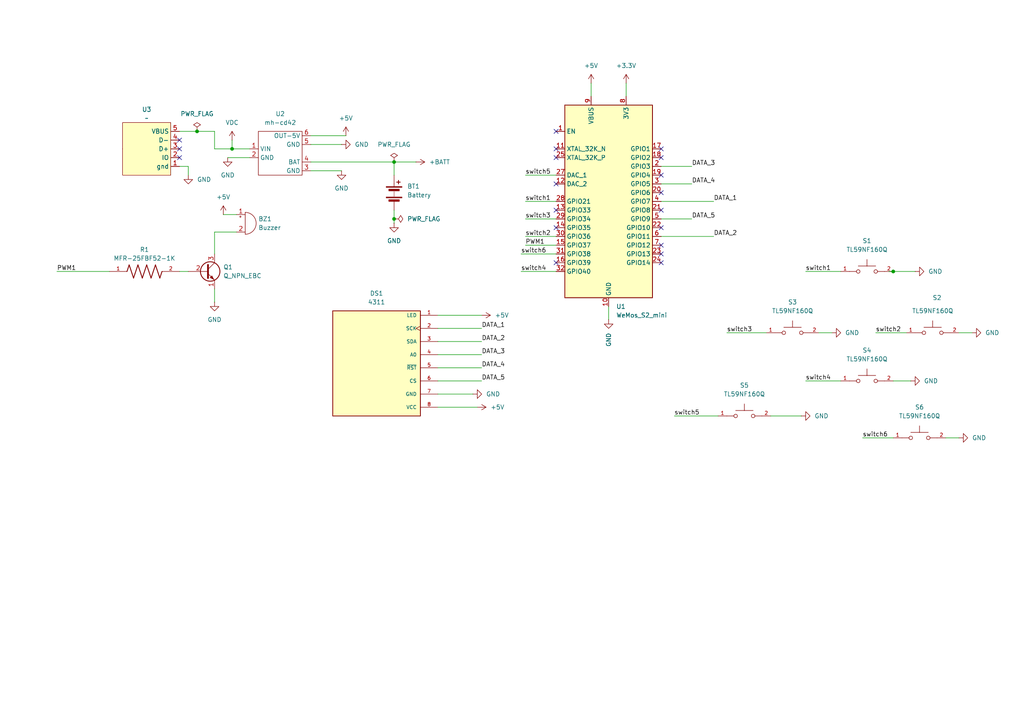
<source format=kicad_sch>
(kicad_sch
	(version 20231120)
	(generator "eeschema")
	(generator_version "8.0")
	(uuid "f1c972a5-1859-4bf7-847b-cee28db33d0b")
	(paper "A4")
	(lib_symbols
		(symbol "Device:Battery"
			(pin_numbers hide)
			(pin_names
				(offset 0) hide)
			(exclude_from_sim no)
			(in_bom yes)
			(on_board yes)
			(property "Reference" "BT"
				(at 2.54 2.54 0)
				(effects
					(font
						(size 1.27 1.27)
					)
					(justify left)
				)
			)
			(property "Value" "Battery"
				(at 2.54 0 0)
				(effects
					(font
						(size 1.27 1.27)
					)
					(justify left)
				)
			)
			(property "Footprint" ""
				(at 0 1.524 90)
				(effects
					(font
						(size 1.27 1.27)
					)
					(hide yes)
				)
			)
			(property "Datasheet" "~"
				(at 0 1.524 90)
				(effects
					(font
						(size 1.27 1.27)
					)
					(hide yes)
				)
			)
			(property "Description" "Multiple-cell battery"
				(at 0 0 0)
				(effects
					(font
						(size 1.27 1.27)
					)
					(hide yes)
				)
			)
			(property "ki_keywords" "batt voltage-source cell"
				(at 0 0 0)
				(effects
					(font
						(size 1.27 1.27)
					)
					(hide yes)
				)
			)
			(symbol "Battery_0_1"
				(rectangle
					(start -2.286 -1.27)
					(end 2.286 -1.524)
					(stroke
						(width 0)
						(type default)
					)
					(fill
						(type outline)
					)
				)
				(rectangle
					(start -2.286 1.778)
					(end 2.286 1.524)
					(stroke
						(width 0)
						(type default)
					)
					(fill
						(type outline)
					)
				)
				(rectangle
					(start -1.524 -2.032)
					(end 1.524 -2.54)
					(stroke
						(width 0)
						(type default)
					)
					(fill
						(type outline)
					)
				)
				(rectangle
					(start -1.524 1.016)
					(end 1.524 0.508)
					(stroke
						(width 0)
						(type default)
					)
					(fill
						(type outline)
					)
				)
				(polyline
					(pts
						(xy 0 -1.016) (xy 0 -0.762)
					)
					(stroke
						(width 0)
						(type default)
					)
					(fill
						(type none)
					)
				)
				(polyline
					(pts
						(xy 0 -0.508) (xy 0 -0.254)
					)
					(stroke
						(width 0)
						(type default)
					)
					(fill
						(type none)
					)
				)
				(polyline
					(pts
						(xy 0 0) (xy 0 0.254)
					)
					(stroke
						(width 0)
						(type default)
					)
					(fill
						(type none)
					)
				)
				(polyline
					(pts
						(xy 0 1.778) (xy 0 2.54)
					)
					(stroke
						(width 0)
						(type default)
					)
					(fill
						(type none)
					)
				)
				(polyline
					(pts
						(xy 0.762 3.048) (xy 1.778 3.048)
					)
					(stroke
						(width 0.254)
						(type default)
					)
					(fill
						(type none)
					)
				)
				(polyline
					(pts
						(xy 1.27 3.556) (xy 1.27 2.54)
					)
					(stroke
						(width 0.254)
						(type default)
					)
					(fill
						(type none)
					)
				)
			)
			(symbol "Battery_1_1"
				(pin passive line
					(at 0 5.08 270)
					(length 2.54)
					(name "+"
						(effects
							(font
								(size 1.27 1.27)
							)
						)
					)
					(number "1"
						(effects
							(font
								(size 1.27 1.27)
							)
						)
					)
				)
				(pin passive line
					(at 0 -5.08 90)
					(length 2.54)
					(name "-"
						(effects
							(font
								(size 1.27 1.27)
							)
						)
					)
					(number "2"
						(effects
							(font
								(size 1.27 1.27)
							)
						)
					)
				)
			)
		)
		(symbol "Device:Buzzer"
			(pin_names
				(offset 0.0254) hide)
			(exclude_from_sim no)
			(in_bom yes)
			(on_board yes)
			(property "Reference" "BZ"
				(at 3.81 1.27 0)
				(effects
					(font
						(size 1.27 1.27)
					)
					(justify left)
				)
			)
			(property "Value" "Buzzer"
				(at 3.81 -1.27 0)
				(effects
					(font
						(size 1.27 1.27)
					)
					(justify left)
				)
			)
			(property "Footprint" ""
				(at -0.635 2.54 90)
				(effects
					(font
						(size 1.27 1.27)
					)
					(hide yes)
				)
			)
			(property "Datasheet" "~"
				(at -0.635 2.54 90)
				(effects
					(font
						(size 1.27 1.27)
					)
					(hide yes)
				)
			)
			(property "Description" "Buzzer, polarized"
				(at 0 0 0)
				(effects
					(font
						(size 1.27 1.27)
					)
					(hide yes)
				)
			)
			(property "ki_keywords" "quartz resonator ceramic"
				(at 0 0 0)
				(effects
					(font
						(size 1.27 1.27)
					)
					(hide yes)
				)
			)
			(property "ki_fp_filters" "*Buzzer*"
				(at 0 0 0)
				(effects
					(font
						(size 1.27 1.27)
					)
					(hide yes)
				)
			)
			(symbol "Buzzer_0_1"
				(arc
					(start 0 -3.175)
					(mid 3.1612 0)
					(end 0 3.175)
					(stroke
						(width 0)
						(type default)
					)
					(fill
						(type none)
					)
				)
				(polyline
					(pts
						(xy -1.651 1.905) (xy -1.143 1.905)
					)
					(stroke
						(width 0)
						(type default)
					)
					(fill
						(type none)
					)
				)
				(polyline
					(pts
						(xy -1.397 2.159) (xy -1.397 1.651)
					)
					(stroke
						(width 0)
						(type default)
					)
					(fill
						(type none)
					)
				)
				(polyline
					(pts
						(xy 0 3.175) (xy 0 -3.175)
					)
					(stroke
						(width 0)
						(type default)
					)
					(fill
						(type none)
					)
				)
			)
			(symbol "Buzzer_1_1"
				(pin passive line
					(at -2.54 2.54 0)
					(length 2.54)
					(name "+"
						(effects
							(font
								(size 1.27 1.27)
							)
						)
					)
					(number "1"
						(effects
							(font
								(size 1.27 1.27)
							)
						)
					)
				)
				(pin passive line
					(at -2.54 -2.54 0)
					(length 2.54)
					(name "-"
						(effects
							(font
								(size 1.27 1.27)
							)
						)
					)
					(number "2"
						(effects
							(font
								(size 1.27 1.27)
							)
						)
					)
				)
			)
		)
		(symbol "Device:Q_NPN_EBC"
			(pin_names
				(offset 0) hide)
			(exclude_from_sim no)
			(in_bom yes)
			(on_board yes)
			(property "Reference" "Q"
				(at 5.08 1.27 0)
				(effects
					(font
						(size 1.27 1.27)
					)
					(justify left)
				)
			)
			(property "Value" "Q_NPN_EBC"
				(at 5.08 -1.27 0)
				(effects
					(font
						(size 1.27 1.27)
					)
					(justify left)
				)
			)
			(property "Footprint" ""
				(at 5.08 2.54 0)
				(effects
					(font
						(size 1.27 1.27)
					)
					(hide yes)
				)
			)
			(property "Datasheet" "~"
				(at 0 0 0)
				(effects
					(font
						(size 1.27 1.27)
					)
					(hide yes)
				)
			)
			(property "Description" "NPN transistor, emitter/base/collector"
				(at 0 0 0)
				(effects
					(font
						(size 1.27 1.27)
					)
					(hide yes)
				)
			)
			(property "ki_keywords" "transistor NPN"
				(at 0 0 0)
				(effects
					(font
						(size 1.27 1.27)
					)
					(hide yes)
				)
			)
			(symbol "Q_NPN_EBC_0_1"
				(polyline
					(pts
						(xy 0.635 0.635) (xy 2.54 2.54)
					)
					(stroke
						(width 0)
						(type default)
					)
					(fill
						(type none)
					)
				)
				(polyline
					(pts
						(xy 0.635 -0.635) (xy 2.54 -2.54) (xy 2.54 -2.54)
					)
					(stroke
						(width 0)
						(type default)
					)
					(fill
						(type none)
					)
				)
				(polyline
					(pts
						(xy 0.635 1.905) (xy 0.635 -1.905) (xy 0.635 -1.905)
					)
					(stroke
						(width 0.508)
						(type default)
					)
					(fill
						(type none)
					)
				)
				(polyline
					(pts
						(xy 1.27 -1.778) (xy 1.778 -1.27) (xy 2.286 -2.286) (xy 1.27 -1.778) (xy 1.27 -1.778)
					)
					(stroke
						(width 0)
						(type default)
					)
					(fill
						(type outline)
					)
				)
				(circle
					(center 1.27 0)
					(radius 2.8194)
					(stroke
						(width 0.254)
						(type default)
					)
					(fill
						(type none)
					)
				)
			)
			(symbol "Q_NPN_EBC_1_1"
				(pin passive line
					(at 2.54 -5.08 90)
					(length 2.54)
					(name "E"
						(effects
							(font
								(size 1.27 1.27)
							)
						)
					)
					(number "1"
						(effects
							(font
								(size 1.27 1.27)
							)
						)
					)
				)
				(pin passive line
					(at -5.08 0 0)
					(length 5.715)
					(name "B"
						(effects
							(font
								(size 1.27 1.27)
							)
						)
					)
					(number "2"
						(effects
							(font
								(size 1.27 1.27)
							)
						)
					)
				)
				(pin passive line
					(at 2.54 5.08 270)
					(length 2.54)
					(name "C"
						(effects
							(font
								(size 1.27 1.27)
							)
						)
					)
					(number "3"
						(effects
							(font
								(size 1.27 1.27)
							)
						)
					)
				)
			)
		)
		(symbol "devkit_esp32_mini:WeMos_S2_mini"
			(exclude_from_sim no)
			(in_bom yes)
			(on_board yes)
			(property "Reference" "U1"
				(at 2.1941 -30.48 0)
				(effects
					(font
						(size 1.27 1.27)
					)
					(justify left)
				)
			)
			(property "Value" "WeMos_S2_mini"
				(at 2.1941 -33.02 0)
				(effects
					(font
						(size 1.27 1.27)
					)
					(justify left)
				)
			)
			(property "Footprint" "devkit_esp32_mini:WEMOS_S2_mini"
				(at 0 -45.72 0)
				(effects
					(font
						(size 1.27 1.27)
					)
					(hide yes)
				)
			)
			(property "Datasheet" "https://www.wemos.cc/en/latest/s2/s2_mini.html"
				(at 0 -43.18 0)
				(effects
					(font
						(size 1.27 1.27)
					)
					(hide yes)
				)
			)
			(property "Description" "32-bit microcontroller module with WiFi"
				(at 0 0 0)
				(effects
					(font
						(size 1.27 1.27)
					)
					(hide yes)
				)
			)
			(property "ki_keywords" "ESP32 WiFi microcontroller ESP32-S2FN4R2"
				(at 0 0 0)
				(effects
					(font
						(size 1.27 1.27)
					)
					(hide yes)
				)
			)
			(property "ki_fp_filters" "WEMOS*S2*mini*"
				(at 0 0 0)
				(effects
					(font
						(size 1.27 1.27)
					)
					(hide yes)
				)
			)
			(symbol "WeMos_S2_mini_1_1"
				(rectangle
					(start -12.7 27.94)
					(end 12.7 -27.94)
					(stroke
						(width 0.254)
						(type default)
					)
					(fill
						(type background)
					)
				)
				(pin input line
					(at -15.24 20.32 0)
					(length 2.54)
					(name "EN"
						(effects
							(font
								(size 1.27 1.27)
							)
						)
					)
					(number "1"
						(effects
							(font
								(size 1.27 1.27)
							)
						)
					)
					(alternate "~{RST}" input line)
				)
				(pin power_in line
					(at 0 -30.48 90)
					(length 2.54)
					(name "GND"
						(effects
							(font
								(size 1.27 1.27)
							)
						)
					)
					(number "10"
						(effects
							(font
								(size 1.27 1.27)
							)
						)
					)
				)
				(pin input line
					(at -15.24 15.24 0)
					(length 2.54)
					(name "XTAL_32K_N"
						(effects
							(font
								(size 1.27 1.27)
							)
						)
					)
					(number "11"
						(effects
							(font
								(size 1.27 1.27)
							)
						)
					)
					(alternate "ADC2_CH5" input line)
					(alternate "GPIO16" bidirectional line)
					(alternate "U0CTS" input line)
				)
				(pin output line
					(at -15.24 5.08 0)
					(length 2.54)
					(name "DAC_2"
						(effects
							(font
								(size 1.27 1.27)
							)
						)
					)
					(number "12"
						(effects
							(font
								(size 1.27 1.27)
							)
						)
					)
					(alternate "ADC2_CH7" input line)
					(alternate "CLK_OUT3" tri_state line)
					(alternate "GPIO18" bidirectional line)
					(alternate "U1RXD" input line)
				)
				(pin bidirectional line
					(at -15.24 -2.54 0)
					(length 2.54)
					(name "GPIO33"
						(effects
							(font
								(size 1.27 1.27)
							)
						)
					)
					(number "13"
						(effects
							(font
								(size 1.27 1.27)
							)
						)
					)
					(alternate "FSPIHD" bidirectional line)
					(alternate "SPIIO4" bidirectional line)
				)
				(pin bidirectional line
					(at -15.24 -7.62 0)
					(length 2.54)
					(name "GPIO35"
						(effects
							(font
								(size 1.27 1.27)
							)
						)
					)
					(number "14"
						(effects
							(font
								(size 1.27 1.27)
							)
						)
					)
					(alternate "FSPID" bidirectional line)
					(alternate "SPIIO6" bidirectional line)
				)
				(pin bidirectional line
					(at -15.24 -12.7 0)
					(length 2.54)
					(name "GPIO37"
						(effects
							(font
								(size 1.27 1.27)
							)
						)
					)
					(number "15"
						(effects
							(font
								(size 1.27 1.27)
							)
						)
					)
					(alternate "FSPIQ" bidirectional line)
					(alternate "SPIDQS" bidirectional line)
				)
				(pin bidirectional line
					(at -15.24 -17.78 0)
					(length 2.54)
					(name "GPIO39"
						(effects
							(font
								(size 1.27 1.27)
							)
						)
					)
					(number "16"
						(effects
							(font
								(size 1.27 1.27)
							)
						)
					)
					(alternate "CLK_OUT3" tri_state line)
					(alternate "MTCK" output line)
				)
				(pin bidirectional line
					(at 15.24 15.24 180)
					(length 2.54)
					(name "GPIO1"
						(effects
							(font
								(size 1.27 1.27)
							)
						)
					)
					(number "17"
						(effects
							(font
								(size 1.27 1.27)
							)
						)
					)
					(alternate "ADC1_CH0" input line)
					(alternate "TOUCH1" input line)
				)
				(pin bidirectional line
					(at 15.24 12.7 180)
					(length 2.54)
					(name "GPIO2"
						(effects
							(font
								(size 1.27 1.27)
							)
						)
					)
					(number "18"
						(effects
							(font
								(size 1.27 1.27)
							)
						)
					)
					(alternate "ADC1_CH1" input line)
					(alternate "TOUCH2" input line)
				)
				(pin bidirectional line
					(at 15.24 7.62 180)
					(length 2.54)
					(name "GPIO4"
						(effects
							(font
								(size 1.27 1.27)
							)
						)
					)
					(number "19"
						(effects
							(font
								(size 1.27 1.27)
							)
						)
					)
					(alternate "ADC1_CH3" input line)
					(alternate "TOUCH4" input line)
				)
				(pin bidirectional line
					(at 15.24 10.16 180)
					(length 2.54)
					(name "GPIO3"
						(effects
							(font
								(size 1.27 1.27)
							)
						)
					)
					(number "2"
						(effects
							(font
								(size 1.27 1.27)
							)
						)
					)
					(alternate "ADC1_CH2" input line)
					(alternate "TOUCH3" input line)
				)
				(pin bidirectional line
					(at 15.24 2.54 180)
					(length 2.54)
					(name "GPIO6"
						(effects
							(font
								(size 1.27 1.27)
							)
						)
					)
					(number "20"
						(effects
							(font
								(size 1.27 1.27)
							)
						)
					)
					(alternate "ADC1_CH5" input line)
					(alternate "TOUCH6" input line)
				)
				(pin bidirectional line
					(at 15.24 -2.54 180)
					(length 2.54)
					(name "GPIO8"
						(effects
							(font
								(size 1.27 1.27)
							)
						)
					)
					(number "21"
						(effects
							(font
								(size 1.27 1.27)
							)
						)
					)
					(alternate "ADC1_CH7" input line)
					(alternate "TOUCH8" input line)
				)
				(pin bidirectional line
					(at 15.24 -7.62 180)
					(length 2.54)
					(name "GPIO10"
						(effects
							(font
								(size 1.27 1.27)
							)
						)
					)
					(number "22"
						(effects
							(font
								(size 1.27 1.27)
							)
						)
					)
					(alternate "ADC1_CH9" input line)
					(alternate "FSPICS0" bidirectional line)
					(alternate "FSPIIO4" bidirectional line)
					(alternate "TOUCH10" input line)
				)
				(pin bidirectional line
					(at 15.24 -15.24 180)
					(length 2.54)
					(name "GPIO13"
						(effects
							(font
								(size 1.27 1.27)
							)
						)
					)
					(number "23"
						(effects
							(font
								(size 1.27 1.27)
							)
						)
					)
					(alternate "ADC2_CH2" input line)
					(alternate "FSPIIO7" bidirectional line)
					(alternate "FSPIQ" bidirectional line)
					(alternate "TOUCH13" input line)
				)
				(pin bidirectional line
					(at 15.24 -17.78 180)
					(length 2.54)
					(name "GPIO14"
						(effects
							(font
								(size 1.27 1.27)
							)
						)
					)
					(number "24"
						(effects
							(font
								(size 1.27 1.27)
							)
						)
					)
					(alternate "ADC2_CH3" input line)
					(alternate "FSPIDQS" bidirectional line)
					(alternate "FSPIWP" bidirectional line)
					(alternate "TOUCH14" input line)
				)
				(pin output line
					(at -15.24 12.7 0)
					(length 2.54)
					(name "XTAL_32K_P"
						(effects
							(font
								(size 1.27 1.27)
							)
						)
					)
					(number "25"
						(effects
							(font
								(size 1.27 1.27)
							)
						)
					)
					(alternate "ADC2_CH4" input line)
					(alternate "GPIO15" bidirectional line)
					(alternate "U0RTS" output line)
				)
				(pin passive line
					(at 0 -30.48 90)
					(length 2.54) hide
					(name "GND"
						(effects
							(font
								(size 1.27 1.27)
							)
						)
					)
					(number "26"
						(effects
							(font
								(size 1.27 1.27)
							)
						)
					)
				)
				(pin output line
					(at -15.24 7.62 0)
					(length 2.54)
					(name "DAC_1"
						(effects
							(font
								(size 1.27 1.27)
							)
						)
					)
					(number "27"
						(effects
							(font
								(size 1.27 1.27)
							)
						)
					)
					(alternate "ADC2_CH6" input line)
					(alternate "GPIO17" bidirectional line)
					(alternate "U1TXD" output line)
				)
				(pin bidirectional line
					(at -15.24 0 0)
					(length 2.54)
					(name "GPIO21"
						(effects
							(font
								(size 1.27 1.27)
							)
						)
					)
					(number "28"
						(effects
							(font
								(size 1.27 1.27)
							)
						)
					)
				)
				(pin bidirectional line
					(at -15.24 -5.08 0)
					(length 2.54)
					(name "GPIO34"
						(effects
							(font
								(size 1.27 1.27)
							)
						)
					)
					(number "29"
						(effects
							(font
								(size 1.27 1.27)
							)
						)
					)
					(alternate "FSPICS0" bidirectional line)
					(alternate "SPIIO5" bidirectional line)
				)
				(pin bidirectional line
					(at 15.24 5.08 180)
					(length 2.54)
					(name "GPIO5"
						(effects
							(font
								(size 1.27 1.27)
							)
						)
					)
					(number "3"
						(effects
							(font
								(size 1.27 1.27)
							)
						)
					)
					(alternate "ADC1_CH4" input line)
					(alternate "TOUCH5" input line)
				)
				(pin bidirectional line
					(at -15.24 -10.16 0)
					(length 2.54)
					(name "GPIO36"
						(effects
							(font
								(size 1.27 1.27)
							)
						)
					)
					(number "30"
						(effects
							(font
								(size 1.27 1.27)
							)
						)
					)
					(alternate "FSPICLK" bidirectional line)
					(alternate "FSPIIO7" bidirectional line)
				)
				(pin bidirectional line
					(at -15.24 -15.24 0)
					(length 2.54)
					(name "GPIO38"
						(effects
							(font
								(size 1.27 1.27)
							)
						)
					)
					(number "31"
						(effects
							(font
								(size 1.27 1.27)
							)
						)
					)
					(alternate "FSPIWP" bidirectional line)
				)
				(pin bidirectional line
					(at -15.24 -20.32 0)
					(length 2.54)
					(name "GPIO40"
						(effects
							(font
								(size 1.27 1.27)
							)
						)
					)
					(number "32"
						(effects
							(font
								(size 1.27 1.27)
							)
						)
					)
					(alternate "CLK_OUT2" tri_state line)
					(alternate "MTDO" output line)
				)
				(pin bidirectional line
					(at 15.24 0 180)
					(length 2.54)
					(name "GPIO7"
						(effects
							(font
								(size 1.27 1.27)
							)
						)
					)
					(number "4"
						(effects
							(font
								(size 1.27 1.27)
							)
						)
					)
					(alternate "ADC1_CH6" input line)
					(alternate "TOUCH7" input line)
				)
				(pin bidirectional line
					(at 15.24 -5.08 180)
					(length 2.54)
					(name "GPIO9"
						(effects
							(font
								(size 1.27 1.27)
							)
						)
					)
					(number "5"
						(effects
							(font
								(size 1.27 1.27)
							)
						)
					)
					(alternate "ADC1_CH8" input line)
					(alternate "FSPIHD" bidirectional line)
					(alternate "TOUCH9" input line)
				)
				(pin bidirectional line
					(at 15.24 -10.16 180)
					(length 2.54)
					(name "GPIO11"
						(effects
							(font
								(size 1.27 1.27)
							)
						)
					)
					(number "6"
						(effects
							(font
								(size 1.27 1.27)
							)
						)
					)
					(alternate "ADC2_CH0" input line)
					(alternate "FSPID" bidirectional line)
					(alternate "FSPIIO5" bidirectional line)
					(alternate "TOUCH11" input line)
				)
				(pin bidirectional line
					(at 15.24 -12.7 180)
					(length 2.54)
					(name "GPIO12"
						(effects
							(font
								(size 1.27 1.27)
							)
						)
					)
					(number "7"
						(effects
							(font
								(size 1.27 1.27)
							)
						)
					)
					(alternate "ADC2_CH1" input line)
					(alternate "FSPICLK" bidirectional line)
					(alternate "FSPIIO6" bidirectional line)
					(alternate "TOUCH12" input line)
				)
				(pin power_out line
					(at 5.08 30.48 270)
					(length 2.54)
					(name "3V3"
						(effects
							(font
								(size 1.27 1.27)
							)
						)
					)
					(number "8"
						(effects
							(font
								(size 1.27 1.27)
							)
						)
					)
				)
				(pin power_in line
					(at -5.08 30.48 270)
					(length 2.54)
					(name "VBUS"
						(effects
							(font
								(size 1.27 1.27)
							)
						)
					)
					(number "9"
						(effects
							(font
								(size 1.27 1.27)
							)
						)
					)
				)
			)
		)
		(symbol "devkit_mh_cd42:mh-cd42"
			(exclude_from_sim no)
			(in_bom yes)
			(on_board yes)
			(property "Reference" "U"
				(at 0 7.62 0)
				(effects
					(font
						(size 1.27 1.27)
					)
				)
			)
			(property "Value" "mh-cd42"
				(at 0 -7.62 0)
				(effects
					(font
						(size 1.27 1.27)
					)
				)
			)
			(property "Footprint" ""
				(at -1.27 5.08 0)
				(effects
					(font
						(size 1.27 1.27)
					)
					(hide yes)
				)
			)
			(property "Datasheet" ""
				(at -1.27 5.08 0)
				(effects
					(font
						(size 1.27 1.27)
					)
					(hide yes)
				)
			)
			(property "Description" ""
				(at 0 0 0)
				(effects
					(font
						(size 1.27 1.27)
					)
					(hide yes)
				)
			)
			(symbol "mh-cd42_0_1"
				(rectangle
					(start -6.35 6.35)
					(end 6.35 -6.35)
					(stroke
						(width 0)
						(type default)
					)
					(fill
						(type none)
					)
				)
			)
			(symbol "mh-cd42_1_1"
				(pin power_in line
					(at -8.89 1.27 0)
					(length 2.54)
					(name "VIN"
						(effects
							(font
								(size 1.27 1.27)
							)
						)
					)
					(number "1"
						(effects
							(font
								(size 1.27 1.27)
							)
						)
					)
				)
				(pin passive line
					(at -8.89 -1.27 0)
					(length 2.54)
					(name "GND"
						(effects
							(font
								(size 1.27 1.27)
							)
						)
					)
					(number "2"
						(effects
							(font
								(size 1.27 1.27)
							)
						)
					)
				)
				(pin passive line
					(at 8.89 -5.08 180)
					(length 2.54)
					(name "GND"
						(effects
							(font
								(size 1.27 1.27)
							)
						)
					)
					(number "3"
						(effects
							(font
								(size 1.27 1.27)
							)
						)
					)
				)
				(pin passive line
					(at 8.89 -2.54 180)
					(length 2.54)
					(name "BAT"
						(effects
							(font
								(size 1.27 1.27)
							)
						)
					)
					(number "4"
						(effects
							(font
								(size 1.27 1.27)
							)
						)
					)
				)
				(pin passive line
					(at 8.89 2.54 180)
					(length 2.54)
					(name "GND"
						(effects
							(font
								(size 1.27 1.27)
							)
						)
					)
					(number "5"
						(effects
							(font
								(size 1.27 1.27)
							)
						)
					)
				)
				(pin power_out line
					(at 8.89 5.08 180)
					(length 2.54)
					(name "OUT-5V"
						(effects
							(font
								(size 1.27 1.27)
							)
						)
					)
					(number "6"
						(effects
							(font
								(size 1.27 1.27)
							)
						)
					)
				)
			)
		)
		(symbol "module_microusb:micro_usb"
			(exclude_from_sim no)
			(in_bom yes)
			(on_board yes)
			(property "Reference" "U"
				(at 0 0 0)
				(effects
					(font
						(size 1.27 1.27)
					)
				)
			)
			(property "Value" ""
				(at 0 0 0)
				(effects
					(font
						(size 1.27 1.27)
					)
				)
			)
			(property "Footprint" ""
				(at 0 0 0)
				(effects
					(font
						(size 1.27 1.27)
					)
					(hide yes)
				)
			)
			(property "Datasheet" ""
				(at 0 0 0)
				(effects
					(font
						(size 1.27 1.27)
					)
					(hide yes)
				)
			)
			(property "Description" ""
				(at 0 0 0)
				(effects
					(font
						(size 1.27 1.27)
					)
					(hide yes)
				)
			)
			(symbol "micro_usb_0_1"
				(rectangle
					(start 16.51 -7.62)
					(end 16.51 -7.62)
					(stroke
						(width 0)
						(type default)
					)
					(fill
						(type none)
					)
				)
			)
			(symbol "micro_usb_1_1"
				(rectangle
					(start 2.54 0)
					(end 16.51 -15.24)
					(stroke
						(width 0)
						(type default)
					)
					(fill
						(type background)
					)
				)
				(pin input line
					(at 0 -2.54 0)
					(length 2.54)
					(name "gnd"
						(effects
							(font
								(size 1.27 1.27)
							)
						)
					)
					(number "1"
						(effects
							(font
								(size 1.27 1.27)
							)
						)
					)
				)
				(pin input line
					(at 0 -5.08 0)
					(length 2.54)
					(name "IO"
						(effects
							(font
								(size 1.27 1.27)
							)
						)
					)
					(number "2"
						(effects
							(font
								(size 1.27 1.27)
							)
						)
					)
				)
				(pin input line
					(at 0 -7.62 0)
					(length 2.54)
					(name "D+"
						(effects
							(font
								(size 1.27 1.27)
							)
						)
					)
					(number "3"
						(effects
							(font
								(size 1.27 1.27)
							)
						)
					)
				)
				(pin input line
					(at 0 -10.16 0)
					(length 2.54)
					(name "D-"
						(effects
							(font
								(size 1.27 1.27)
							)
						)
					)
					(number "4"
						(effects
							(font
								(size 1.27 1.27)
							)
						)
					)
				)
				(pin input line
					(at 0 -12.7 0)
					(length 2.54)
					(name "VBUS"
						(effects
							(font
								(size 1.27 1.27)
							)
						)
					)
					(number "5"
						(effects
							(font
								(size 1.27 1.27)
							)
						)
					)
				)
			)
		)
		(symbol "power:+3.3V"
			(power)
			(pin_numbers hide)
			(pin_names
				(offset 0) hide)
			(exclude_from_sim no)
			(in_bom yes)
			(on_board yes)
			(property "Reference" "#PWR"
				(at 0 -3.81 0)
				(effects
					(font
						(size 1.27 1.27)
					)
					(hide yes)
				)
			)
			(property "Value" "+3.3V"
				(at 0 3.556 0)
				(effects
					(font
						(size 1.27 1.27)
					)
				)
			)
			(property "Footprint" ""
				(at 0 0 0)
				(effects
					(font
						(size 1.27 1.27)
					)
					(hide yes)
				)
			)
			(property "Datasheet" ""
				(at 0 0 0)
				(effects
					(font
						(size 1.27 1.27)
					)
					(hide yes)
				)
			)
			(property "Description" "Power symbol creates a global label with name \"+3.3V\""
				(at 0 0 0)
				(effects
					(font
						(size 1.27 1.27)
					)
					(hide yes)
				)
			)
			(property "ki_keywords" "global power"
				(at 0 0 0)
				(effects
					(font
						(size 1.27 1.27)
					)
					(hide yes)
				)
			)
			(symbol "+3.3V_0_1"
				(polyline
					(pts
						(xy -0.762 1.27) (xy 0 2.54)
					)
					(stroke
						(width 0)
						(type default)
					)
					(fill
						(type none)
					)
				)
				(polyline
					(pts
						(xy 0 0) (xy 0 2.54)
					)
					(stroke
						(width 0)
						(type default)
					)
					(fill
						(type none)
					)
				)
				(polyline
					(pts
						(xy 0 2.54) (xy 0.762 1.27)
					)
					(stroke
						(width 0)
						(type default)
					)
					(fill
						(type none)
					)
				)
			)
			(symbol "+3.3V_1_1"
				(pin power_in line
					(at 0 0 90)
					(length 0)
					(name "~"
						(effects
							(font
								(size 1.27 1.27)
							)
						)
					)
					(number "1"
						(effects
							(font
								(size 1.27 1.27)
							)
						)
					)
				)
			)
		)
		(symbol "power:+5V"
			(power)
			(pin_numbers hide)
			(pin_names
				(offset 0) hide)
			(exclude_from_sim no)
			(in_bom yes)
			(on_board yes)
			(property "Reference" "#PWR"
				(at 0 -3.81 0)
				(effects
					(font
						(size 1.27 1.27)
					)
					(hide yes)
				)
			)
			(property "Value" "+5V"
				(at 0 3.556 0)
				(effects
					(font
						(size 1.27 1.27)
					)
				)
			)
			(property "Footprint" ""
				(at 0 0 0)
				(effects
					(font
						(size 1.27 1.27)
					)
					(hide yes)
				)
			)
			(property "Datasheet" ""
				(at 0 0 0)
				(effects
					(font
						(size 1.27 1.27)
					)
					(hide yes)
				)
			)
			(property "Description" "Power symbol creates a global label with name \"+5V\""
				(at 0 0 0)
				(effects
					(font
						(size 1.27 1.27)
					)
					(hide yes)
				)
			)
			(property "ki_keywords" "global power"
				(at 0 0 0)
				(effects
					(font
						(size 1.27 1.27)
					)
					(hide yes)
				)
			)
			(symbol "+5V_0_1"
				(polyline
					(pts
						(xy -0.762 1.27) (xy 0 2.54)
					)
					(stroke
						(width 0)
						(type default)
					)
					(fill
						(type none)
					)
				)
				(polyline
					(pts
						(xy 0 0) (xy 0 2.54)
					)
					(stroke
						(width 0)
						(type default)
					)
					(fill
						(type none)
					)
				)
				(polyline
					(pts
						(xy 0 2.54) (xy 0.762 1.27)
					)
					(stroke
						(width 0)
						(type default)
					)
					(fill
						(type none)
					)
				)
			)
			(symbol "+5V_1_1"
				(pin power_in line
					(at 0 0 90)
					(length 0)
					(name "~"
						(effects
							(font
								(size 1.27 1.27)
							)
						)
					)
					(number "1"
						(effects
							(font
								(size 1.27 1.27)
							)
						)
					)
				)
			)
		)
		(symbol "power:+BATT"
			(power)
			(pin_numbers hide)
			(pin_names
				(offset 0) hide)
			(exclude_from_sim no)
			(in_bom yes)
			(on_board yes)
			(property "Reference" "#PWR"
				(at 0 -3.81 0)
				(effects
					(font
						(size 1.27 1.27)
					)
					(hide yes)
				)
			)
			(property "Value" "+BATT"
				(at 0 3.556 0)
				(effects
					(font
						(size 1.27 1.27)
					)
				)
			)
			(property "Footprint" ""
				(at 0 0 0)
				(effects
					(font
						(size 1.27 1.27)
					)
					(hide yes)
				)
			)
			(property "Datasheet" ""
				(at 0 0 0)
				(effects
					(font
						(size 1.27 1.27)
					)
					(hide yes)
				)
			)
			(property "Description" "Power symbol creates a global label with name \"+BATT\""
				(at 0 0 0)
				(effects
					(font
						(size 1.27 1.27)
					)
					(hide yes)
				)
			)
			(property "ki_keywords" "global power battery"
				(at 0 0 0)
				(effects
					(font
						(size 1.27 1.27)
					)
					(hide yes)
				)
			)
			(symbol "+BATT_0_1"
				(polyline
					(pts
						(xy -0.762 1.27) (xy 0 2.54)
					)
					(stroke
						(width 0)
						(type default)
					)
					(fill
						(type none)
					)
				)
				(polyline
					(pts
						(xy 0 0) (xy 0 2.54)
					)
					(stroke
						(width 0)
						(type default)
					)
					(fill
						(type none)
					)
				)
				(polyline
					(pts
						(xy 0 2.54) (xy 0.762 1.27)
					)
					(stroke
						(width 0)
						(type default)
					)
					(fill
						(type none)
					)
				)
			)
			(symbol "+BATT_1_1"
				(pin power_in line
					(at 0 0 90)
					(length 0)
					(name "~"
						(effects
							(font
								(size 1.27 1.27)
							)
						)
					)
					(number "1"
						(effects
							(font
								(size 1.27 1.27)
							)
						)
					)
				)
			)
		)
		(symbol "power:GND"
			(power)
			(pin_numbers hide)
			(pin_names
				(offset 0) hide)
			(exclude_from_sim no)
			(in_bom yes)
			(on_board yes)
			(property "Reference" "#PWR"
				(at 0 -6.35 0)
				(effects
					(font
						(size 1.27 1.27)
					)
					(hide yes)
				)
			)
			(property "Value" "GND"
				(at 0 -3.81 0)
				(effects
					(font
						(size 1.27 1.27)
					)
				)
			)
			(property "Footprint" ""
				(at 0 0 0)
				(effects
					(font
						(size 1.27 1.27)
					)
					(hide yes)
				)
			)
			(property "Datasheet" ""
				(at 0 0 0)
				(effects
					(font
						(size 1.27 1.27)
					)
					(hide yes)
				)
			)
			(property "Description" "Power symbol creates a global label with name \"GND\" , ground"
				(at 0 0 0)
				(effects
					(font
						(size 1.27 1.27)
					)
					(hide yes)
				)
			)
			(property "ki_keywords" "global power"
				(at 0 0 0)
				(effects
					(font
						(size 1.27 1.27)
					)
					(hide yes)
				)
			)
			(symbol "GND_0_1"
				(polyline
					(pts
						(xy 0 0) (xy 0 -1.27) (xy 1.27 -1.27) (xy 0 -2.54) (xy -1.27 -1.27) (xy 0 -1.27)
					)
					(stroke
						(width 0)
						(type default)
					)
					(fill
						(type none)
					)
				)
			)
			(symbol "GND_1_1"
				(pin power_in line
					(at 0 0 270)
					(length 0)
					(name "~"
						(effects
							(font
								(size 1.27 1.27)
							)
						)
					)
					(number "1"
						(effects
							(font
								(size 1.27 1.27)
							)
						)
					)
				)
			)
		)
		(symbol "power:PWR_FLAG"
			(power)
			(pin_numbers hide)
			(pin_names
				(offset 0) hide)
			(exclude_from_sim no)
			(in_bom yes)
			(on_board yes)
			(property "Reference" "#FLG"
				(at 0 1.905 0)
				(effects
					(font
						(size 1.27 1.27)
					)
					(hide yes)
				)
			)
			(property "Value" "PWR_FLAG"
				(at 0 3.81 0)
				(effects
					(font
						(size 1.27 1.27)
					)
				)
			)
			(property "Footprint" ""
				(at 0 0 0)
				(effects
					(font
						(size 1.27 1.27)
					)
					(hide yes)
				)
			)
			(property "Datasheet" "~"
				(at 0 0 0)
				(effects
					(font
						(size 1.27 1.27)
					)
					(hide yes)
				)
			)
			(property "Description" "Special symbol for telling ERC where power comes from"
				(at 0 0 0)
				(effects
					(font
						(size 1.27 1.27)
					)
					(hide yes)
				)
			)
			(property "ki_keywords" "flag power"
				(at 0 0 0)
				(effects
					(font
						(size 1.27 1.27)
					)
					(hide yes)
				)
			)
			(symbol "PWR_FLAG_0_0"
				(pin power_out line
					(at 0 0 90)
					(length 0)
					(name "~"
						(effects
							(font
								(size 1.27 1.27)
							)
						)
					)
					(number "1"
						(effects
							(font
								(size 1.27 1.27)
							)
						)
					)
				)
			)
			(symbol "PWR_FLAG_0_1"
				(polyline
					(pts
						(xy 0 0) (xy 0 1.27) (xy -1.016 1.905) (xy 0 2.54) (xy 1.016 1.905) (xy 0 1.27)
					)
					(stroke
						(width 0)
						(type default)
					)
					(fill
						(type none)
					)
				)
			)
		)
		(symbol "power:VDC"
			(power)
			(pin_numbers hide)
			(pin_names
				(offset 0) hide)
			(exclude_from_sim no)
			(in_bom yes)
			(on_board yes)
			(property "Reference" "#PWR"
				(at 0 -3.81 0)
				(effects
					(font
						(size 1.27 1.27)
					)
					(hide yes)
				)
			)
			(property "Value" "VDC"
				(at 0 3.556 0)
				(effects
					(font
						(size 1.27 1.27)
					)
				)
			)
			(property "Footprint" ""
				(at 0 0 0)
				(effects
					(font
						(size 1.27 1.27)
					)
					(hide yes)
				)
			)
			(property "Datasheet" ""
				(at 0 0 0)
				(effects
					(font
						(size 1.27 1.27)
					)
					(hide yes)
				)
			)
			(property "Description" "Power symbol creates a global label with name \"VDC\""
				(at 0 0 0)
				(effects
					(font
						(size 1.27 1.27)
					)
					(hide yes)
				)
			)
			(property "ki_keywords" "global power"
				(at 0 0 0)
				(effects
					(font
						(size 1.27 1.27)
					)
					(hide yes)
				)
			)
			(symbol "VDC_0_1"
				(polyline
					(pts
						(xy -0.762 1.27) (xy 0 2.54)
					)
					(stroke
						(width 0)
						(type default)
					)
					(fill
						(type none)
					)
				)
				(polyline
					(pts
						(xy 0 0) (xy 0 2.54)
					)
					(stroke
						(width 0)
						(type default)
					)
					(fill
						(type none)
					)
				)
				(polyline
					(pts
						(xy 0 2.54) (xy 0.762 1.27)
					)
					(stroke
						(width 0)
						(type default)
					)
					(fill
						(type none)
					)
				)
			)
			(symbol "VDC_1_1"
				(pin power_in line
					(at 0 0 90)
					(length 0)
					(name "~"
						(effects
							(font
								(size 1.27 1.27)
							)
						)
					)
					(number "1"
						(effects
							(font
								(size 1.27 1.27)
							)
						)
					)
				)
			)
		)
		(symbol "resistencias:MFR-25FBF52-1K"
			(pin_names
				(offset 1.016)
			)
			(exclude_from_sim no)
			(in_bom yes)
			(on_board yes)
			(property "Reference" "R"
				(at -7.6244 2.5415 0)
				(effects
					(font
						(size 1.27 1.27)
					)
					(justify left bottom)
				)
			)
			(property "Value" "MFR-25FBF52-1K"
				(at -7.63 -5.0866 0)
				(effects
					(font
						(size 1.27 1.27)
					)
					(justify left bottom)
				)
			)
			(property "Footprint" "MFR-25FBF52-1K:RESAD1100W55L680D260"
				(at 0 0 0)
				(effects
					(font
						(size 1.27 1.27)
					)
					(justify bottom)
					(hide yes)
				)
			)
			(property "Datasheet" ""
				(at 0 0 0)
				(effects
					(font
						(size 1.27 1.27)
					)
					(hide yes)
				)
			)
			(property "Description" ""
				(at 0 0 0)
				(effects
					(font
						(size 1.27 1.27)
					)
					(hide yes)
				)
			)
			(property "MF" "Yageo"
				(at 0 0 0)
				(effects
					(font
						(size 1.27 1.27)
					)
					(justify bottom)
					(hide yes)
				)
			)
			(property "MAXIMUM_PACKAGE_HEIGHT" "2.6mm"
				(at 0 0 0)
				(effects
					(font
						(size 1.27 1.27)
					)
					(justify bottom)
					(hide yes)
				)
			)
			(property "Package" "Axial Yageo"
				(at 0 0 0)
				(effects
					(font
						(size 1.27 1.27)
					)
					(justify bottom)
					(hide yes)
				)
			)
			(property "Price" "None"
				(at 0 0 0)
				(effects
					(font
						(size 1.27 1.27)
					)
					(justify bottom)
					(hide yes)
				)
			)
			(property "Check_prices" "https://www.snapeda.com/parts/MFR-25FBF52-1K/Yageo/view-part/?ref=eda"
				(at 0 0 0)
				(effects
					(font
						(size 1.27 1.27)
					)
					(justify bottom)
					(hide yes)
				)
			)
			(property "STANDARD" "IPC 7351B"
				(at 0 0 0)
				(effects
					(font
						(size 1.27 1.27)
					)
					(justify bottom)
					(hide yes)
				)
			)
			(property "PARTREV" "201304"
				(at 0 0 0)
				(effects
					(font
						(size 1.27 1.27)
					)
					(justify bottom)
					(hide yes)
				)
			)
			(property "SnapEDA_Link" "https://www.snapeda.com/parts/MFR-25FBF52-1K/Yageo/view-part/?ref=snap"
				(at 0 0 0)
				(effects
					(font
						(size 1.27 1.27)
					)
					(justify bottom)
					(hide yes)
				)
			)
			(property "MP" "MFR-25FBF52-1K"
				(at 0 0 0)
				(effects
					(font
						(size 1.27 1.27)
					)
					(justify bottom)
					(hide yes)
				)
			)
			(property "Purchase-URL" "https://www.snapeda.com/api/url_track_click_mouser/?unipart_id=1970177&manufacturer=Yageo&part_name=MFR-25FBF52-1K&search_term=None"
				(at 0 0 0)
				(effects
					(font
						(size 1.27 1.27)
					)
					(justify bottom)
					(hide yes)
				)
			)
			(property "Description_1" "\n1.07 kOhms ±1% 0.25W, 1/4W Through Hole Resistor Axial - Metal Film\n"
				(at 0 0 0)
				(effects
					(font
						(size 1.27 1.27)
					)
					(justify bottom)
					(hide yes)
				)
			)
			(property "Availability" "In Stock"
				(at 0 0 0)
				(effects
					(font
						(size 1.27 1.27)
					)
					(justify bottom)
					(hide yes)
				)
			)
			(property "MANUFACTURER" "Yageo Corporation"
				(at 0 0 0)
				(effects
					(font
						(size 1.27 1.27)
					)
					(justify bottom)
					(hide yes)
				)
			)
			(symbol "MFR-25FBF52-1K_0_0"
				(polyline
					(pts
						(xy -5.08 0) (xy -4.445 1.905)
					)
					(stroke
						(width 0.254)
						(type default)
					)
					(fill
						(type none)
					)
				)
				(polyline
					(pts
						(xy -4.445 1.905) (xy -3.175 -1.905)
					)
					(stroke
						(width 0.254)
						(type default)
					)
					(fill
						(type none)
					)
				)
				(polyline
					(pts
						(xy -3.175 -1.905) (xy -1.905 1.905)
					)
					(stroke
						(width 0.254)
						(type default)
					)
					(fill
						(type none)
					)
				)
				(polyline
					(pts
						(xy -1.905 1.905) (xy -0.635 -1.905)
					)
					(stroke
						(width 0.254)
						(type default)
					)
					(fill
						(type none)
					)
				)
				(polyline
					(pts
						(xy -0.635 -1.905) (xy 0.635 1.905)
					)
					(stroke
						(width 0.254)
						(type default)
					)
					(fill
						(type none)
					)
				)
				(polyline
					(pts
						(xy 0.635 1.905) (xy 1.905 -1.905)
					)
					(stroke
						(width 0.254)
						(type default)
					)
					(fill
						(type none)
					)
				)
				(polyline
					(pts
						(xy 1.905 -1.905) (xy 3.175 1.905)
					)
					(stroke
						(width 0.254)
						(type default)
					)
					(fill
						(type none)
					)
				)
				(polyline
					(pts
						(xy 3.175 1.905) (xy 4.445 -1.905)
					)
					(stroke
						(width 0.254)
						(type default)
					)
					(fill
						(type none)
					)
				)
				(polyline
					(pts
						(xy 4.445 -1.905) (xy 5.08 0)
					)
					(stroke
						(width 0.254)
						(type default)
					)
					(fill
						(type none)
					)
				)
				(pin passive line
					(at -10.16 0 0)
					(length 5.08)
					(name "~"
						(effects
							(font
								(size 1.016 1.016)
							)
						)
					)
					(number "1"
						(effects
							(font
								(size 1.016 1.016)
							)
						)
					)
				)
				(pin passive line
					(at 10.16 0 180)
					(length 5.08)
					(name "~"
						(effects
							(font
								(size 1.016 1.016)
							)
						)
					)
					(number "2"
						(effects
							(font
								(size 1.016 1.016)
							)
						)
					)
				)
			)
		)
		(symbol "switch_tactile:TL59NF160Q"
			(pin_names
				(offset 1.016)
			)
			(exclude_from_sim no)
			(in_bom yes)
			(on_board yes)
			(property "Reference" "S"
				(at -7.62 5.08 0)
				(effects
					(font
						(size 1.27 1.27)
					)
					(justify left bottom)
				)
			)
			(property "Value" "TL59NF160Q"
				(at -7.62 -5.08 0)
				(effects
					(font
						(size 1.27 1.27)
					)
					(justify left bottom)
				)
			)
			(property "Footprint" "TL59NF160Q:SW_TL59NF160Q"
				(at 0 0 0)
				(effects
					(font
						(size 1.27 1.27)
					)
					(justify bottom)
					(hide yes)
				)
			)
			(property "Datasheet" ""
				(at 0 0 0)
				(effects
					(font
						(size 1.27 1.27)
					)
					(hide yes)
				)
			)
			(property "Description" ""
				(at 0 0 0)
				(effects
					(font
						(size 1.27 1.27)
					)
					(hide yes)
				)
			)
			(property "MF" "E-Switch"
				(at 0 0 0)
				(effects
					(font
						(size 1.27 1.27)
					)
					(justify bottom)
					(hide yes)
				)
			)
			(property "MAXIMUM_PACKAGE_HEIGHT" "4.3 mm"
				(at 0 0 0)
				(effects
					(font
						(size 1.27 1.27)
					)
					(justify bottom)
					(hide yes)
				)
			)
			(property "Package" "None"
				(at 0 0 0)
				(effects
					(font
						(size 1.27 1.27)
					)
					(justify bottom)
					(hide yes)
				)
			)
			(property "Price" "None"
				(at 0 0 0)
				(effects
					(font
						(size 1.27 1.27)
					)
					(justify bottom)
					(hide yes)
				)
			)
			(property "Check_prices" "https://www.snapeda.com/parts/TL59NF160Q/E-Switch/view-part/?ref=eda"
				(at 0 0 0)
				(effects
					(font
						(size 1.27 1.27)
					)
					(justify bottom)
					(hide yes)
				)
			)
			(property "STANDARD" "Manufacturer Recommendations"
				(at 0 0 0)
				(effects
					(font
						(size 1.27 1.27)
					)
					(justify bottom)
					(hide yes)
				)
			)
			(property "PARTREV" "G"
				(at 0 0 0)
				(effects
					(font
						(size 1.27 1.27)
					)
					(justify bottom)
					(hide yes)
				)
			)
			(property "SnapEDA_Link" "https://www.snapeda.com/parts/TL59NF160Q/E-Switch/view-part/?ref=snap"
				(at 0 0 0)
				(effects
					(font
						(size 1.27 1.27)
					)
					(justify bottom)
					(hide yes)
				)
			)
			(property "MP" "TL59NF160Q"
				(at 0 0 0)
				(effects
					(font
						(size 1.27 1.27)
					)
					(justify bottom)
					(hide yes)
				)
			)
			(property "Description_1" "\nSWITCH TACTILE SPST-NO 0.05A 12V\n"
				(at 0 0 0)
				(effects
					(font
						(size 1.27 1.27)
					)
					(justify bottom)
					(hide yes)
				)
			)
			(property "MANUFACTURER" "E-Switch"
				(at 0 0 0)
				(effects
					(font
						(size 1.27 1.27)
					)
					(justify bottom)
					(hide yes)
				)
			)
			(property "Availability" "In Stock"
				(at 0 0 0)
				(effects
					(font
						(size 1.27 1.27)
					)
					(justify bottom)
					(hide yes)
				)
			)
			(property "SNAPEDA_PN" "TL59NF160Q"
				(at 0 0 0)
				(effects
					(font
						(size 1.27 1.27)
					)
					(justify bottom)
					(hide yes)
				)
			)
			(symbol "TL59NF160Q_0_0"
				(circle
					(center -2.54 0)
					(radius 0.508)
					(stroke
						(width 0.1524)
						(type default)
					)
					(fill
						(type none)
					)
				)
				(polyline
					(pts
						(xy -5.08 0) (xy -3.048 0)
					)
					(stroke
						(width 0.1524)
						(type default)
					)
					(fill
						(type none)
					)
				)
				(polyline
					(pts
						(xy -2.54 1.5875) (xy 0 1.5875)
					)
					(stroke
						(width 0.1524)
						(type default)
					)
					(fill
						(type none)
					)
				)
				(polyline
					(pts
						(xy 0 1.5875) (xy 0 3.4925)
					)
					(stroke
						(width 0.1524)
						(type default)
					)
					(fill
						(type none)
					)
				)
				(polyline
					(pts
						(xy 0 1.5875) (xy 2.54 1.5875)
					)
					(stroke
						(width 0.1524)
						(type default)
					)
					(fill
						(type none)
					)
				)
				(polyline
					(pts
						(xy 5.08 0) (xy 3.048 0)
					)
					(stroke
						(width 0.1524)
						(type default)
					)
					(fill
						(type none)
					)
				)
				(circle
					(center 2.54 0)
					(radius 0.508)
					(stroke
						(width 0.1524)
						(type default)
					)
					(fill
						(type none)
					)
				)
				(pin passive line
					(at -7.62 0 0)
					(length 2.54)
					(name "~"
						(effects
							(font
								(size 1.016 1.016)
							)
						)
					)
					(number "1"
						(effects
							(font
								(size 1.016 1.016)
							)
						)
					)
				)
				(pin passive line
					(at 7.62 0 180)
					(length 2.54)
					(name "~"
						(effects
							(font
								(size 1.016 1.016)
							)
						)
					)
					(number "2"
						(effects
							(font
								(size 1.016 1.016)
							)
						)
					)
				)
			)
		)
		(symbol "tft_1.8:4311"
			(pin_names
				(offset 1.016)
			)
			(exclude_from_sim no)
			(in_bom yes)
			(on_board yes)
			(property "Reference" "DS"
				(at -12.7 16.002 0)
				(effects
					(font
						(size 1.27 1.27)
					)
					(justify left bottom)
				)
			)
			(property "Value" "4311"
				(at -12.7 -17.78 0)
				(effects
					(font
						(size 1.27 1.27)
					)
					(justify left bottom)
				)
			)
			(property "Footprint" ""
				(at 0 0 0)
				(effects
					(font
						(size 1.27 1.27)
					)
					(justify bottom)
					(hide yes)
				)
			)
			(property "Datasheet" ""
				(at 0 0 0)
				(effects
					(font
						(size 1.27 1.27)
					)
					(hide yes)
				)
			)
			(property "Description" ""
				(at 0 0 0)
				(effects
					(font
						(size 1.27 1.27)
					)
					(hide yes)
				)
			)
			(property "MF" ""
				(at 0 0 0)
				(effects
					(font
						(size 1.27 1.27)
					)
					(justify bottom)
					(hide yes)
				)
			)
			(property "MAXIMUM_PACKAGE_HEIGHT" ""
				(at 0 0 0)
				(effects
					(font
						(size 1.27 1.27)
					)
					(justify bottom)
					(hide yes)
				)
			)
			(property "Package" ""
				(at 0 0 0)
				(effects
					(font
						(size 1.27 1.27)
					)
					(justify bottom)
					(hide yes)
				)
			)
			(property "Price" "None"
				(at 0 0 0)
				(effects
					(font
						(size 1.27 1.27)
					)
					(justify bottom)
					(hide yes)
				)
			)
			(property "Check_prices" ""
				(at 0 0 0)
				(effects
					(font
						(size 1.27 1.27)
					)
					(justify bottom)
					(hide yes)
				)
			)
			(property "STANDARD" ""
				(at 0 0 0)
				(effects
					(font
						(size 1.27 1.27)
					)
					(justify bottom)
					(hide yes)
				)
			)
			(property "PARTREV" ""
				(at 0 0 0)
				(effects
					(font
						(size 1.27 1.27)
					)
					(justify bottom)
					(hide yes)
				)
			)
			(property "SnapEDA_Link" ""
				(at 0 0 0)
				(effects
					(font
						(size 1.27 1.27)
					)
					(justify bottom)
					(hide yes)
				)
			)
			(property "MP" ""
				(at 0 0 0)
				(effects
					(font
						(size 1.27 1.27)
					)
					(justify bottom)
					(hide yes)
				)
			)
			(property "Purchase-URL" ""
				(at 0 0 0)
				(effects
					(font
						(size 1.27 1.27)
					)
					(justify bottom)
					(hide yes)
				)
			)
			(property "Description_1" ""
				(at 0 0 0)
				(effects
					(font
						(size 1.27 1.27)
					)
					(justify bottom)
					(hide yes)
				)
			)
			(property "Availability" ""
				(at 0 0 0)
				(effects
					(font
						(size 1.27 1.27)
					)
					(justify bottom)
					(hide yes)
				)
			)
			(property "MANUFACTURER" ""
				(at 0 0 0)
				(effects
					(font
						(size 1.27 1.27)
					)
					(justify bottom)
					(hide yes)
				)
			)
			(symbol "4311_0_0"
				(rectangle
					(start -12.7 15.24)
					(end 12.7 -15.24)
					(stroke
						(width 0.254)
						(type default)
					)
					(fill
						(type background)
					)
				)
			)
			(symbol "4311_1_0"
				(pin input line
					(at 17.78 13.97 180)
					(length 5.08)
					(name "LED"
						(effects
							(font
								(size 1.016 1.016)
							)
						)
					)
					(number "1"
						(effects
							(font
								(size 1.016 1.016)
							)
						)
					)
				)
				(pin input clock
					(at 17.78 10.16 180)
					(length 5.08)
					(name "SCK"
						(effects
							(font
								(size 1.016 1.016)
							)
						)
					)
					(number "2"
						(effects
							(font
								(size 1.016 1.016)
							)
						)
					)
				)
				(pin input line
					(at 17.78 6.35 180)
					(length 5.08)
					(name "SDA"
						(effects
							(font
								(size 1.016 1.016)
							)
						)
					)
					(number "3"
						(effects
							(font
								(size 1.016 1.016)
							)
						)
					)
				)
				(pin input line
					(at 17.78 2.54 180)
					(length 5.08)
					(name "A0"
						(effects
							(font
								(size 1.016 1.016)
							)
						)
					)
					(number "4"
						(effects
							(font
								(size 1.016 1.016)
							)
						)
					)
				)
				(pin input line
					(at 17.78 -1.27 180)
					(length 5.08)
					(name "~{RST}"
						(effects
							(font
								(size 1.016 1.016)
							)
						)
					)
					(number "5"
						(effects
							(font
								(size 1.016 1.016)
							)
						)
					)
				)
				(pin input line
					(at 17.78 -5.08 180)
					(length 5.08)
					(name "CS"
						(effects
							(font
								(size 1.016 1.016)
							)
						)
					)
					(number "6"
						(effects
							(font
								(size 1.016 1.016)
							)
						)
					)
				)
				(pin power_in line
					(at 17.78 -8.89 180)
					(length 5.08)
					(name "GND"
						(effects
							(font
								(size 1.016 1.016)
							)
						)
					)
					(number "7"
						(effects
							(font
								(size 1.016 1.016)
							)
						)
					)
				)
				(pin power_in line
					(at 17.78 -12.7 180)
					(length 5.08)
					(name "VCC"
						(effects
							(font
								(size 1.016 1.016)
							)
						)
					)
					(number "8"
						(effects
							(font
								(size 1.016 1.016)
							)
						)
					)
				)
			)
		)
	)
	(junction
		(at 114.3 63.5)
		(diameter 0)
		(color 0 0 0 0)
		(uuid "3ff1ca57-7792-4ca0-b8a0-e0000bb7807c")
	)
	(junction
		(at 114.3 46.99)
		(diameter 0)
		(color 0 0 0 0)
		(uuid "72f69fc2-247b-4622-9564-a3aa6cd0bec5")
	)
	(junction
		(at 67.31 43.18)
		(diameter 0)
		(color 0 0 0 0)
		(uuid "889a76d1-8f07-48d5-8774-84ef8d429388")
	)
	(junction
		(at 57.15 38.1)
		(diameter 0)
		(color 0 0 0 0)
		(uuid "cb7d3981-1224-4f2f-87ff-0f2f86b996ca")
	)
	(junction
		(at 259.08 78.74)
		(diameter 0)
		(color 0 0 0 0)
		(uuid "cf89085c-a6a5-4ded-8181-e2b93c7c722b")
	)
	(no_connect
		(at 191.77 50.8)
		(uuid "01d9c5c1-b045-4ffb-81b1-da330142ce0a")
	)
	(no_connect
		(at 52.07 40.64)
		(uuid "22a54c3c-b93d-4c07-8bc6-dd999c269011")
	)
	(no_connect
		(at 161.29 45.72)
		(uuid "679e431e-a325-404f-88cf-94ab1a41bd42")
	)
	(no_connect
		(at 161.29 43.18)
		(uuid "78462287-a69b-4d4e-9859-af82f5f02547")
	)
	(no_connect
		(at 161.29 53.34)
		(uuid "7e289c17-e55f-41b4-9863-37e3c0732270")
	)
	(no_connect
		(at 161.29 60.96)
		(uuid "8dbb1e3c-e390-4a3f-8353-9e51fc987309")
	)
	(no_connect
		(at 191.77 71.12)
		(uuid "9adafce2-672a-4442-9ea9-68add584b963")
	)
	(no_connect
		(at 52.07 43.18)
		(uuid "a2549538-5b6b-4aa9-9e1e-a830766fe304")
	)
	(no_connect
		(at 191.77 55.88)
		(uuid "b060ff64-b221-458d-852b-1a727ec0dbf9")
	)
	(no_connect
		(at 161.29 66.04)
		(uuid "b4e7fa0b-777b-4160-884c-e0e2ab76e786")
	)
	(no_connect
		(at 52.07 45.72)
		(uuid "bb6f0142-6daa-46c7-b5e7-2e1a61e21a0b")
	)
	(no_connect
		(at 191.77 66.04)
		(uuid "bd894a6b-4a36-4100-b317-b196cc62c03a")
	)
	(no_connect
		(at 161.29 76.2)
		(uuid "c7d7c25e-9355-4b9e-9094-f1eb28afdd04")
	)
	(no_connect
		(at 191.77 60.96)
		(uuid "ca47609a-8c9f-43d0-97d8-782e0eab7d71")
	)
	(no_connect
		(at 191.77 43.18)
		(uuid "cf97ac44-78a5-47a6-b957-5a71a860365f")
	)
	(no_connect
		(at 191.77 45.72)
		(uuid "dc6bc48b-775e-4657-a2d7-7611d311e24e")
	)
	(no_connect
		(at 191.77 73.66)
		(uuid "deda45fb-dcd7-4060-9c14-d5734b00166f")
	)
	(no_connect
		(at 161.29 38.1)
		(uuid "eb48ec63-eb9c-4c9f-9bba-a6381c3ba448")
	)
	(no_connect
		(at 191.77 76.2)
		(uuid "eba542d6-68fa-4faf-81e5-195ee97dd43f")
	)
	(wire
		(pts
			(xy 171.45 24.13) (xy 171.45 27.94)
		)
		(stroke
			(width 0)
			(type default)
		)
		(uuid "00a5a28b-7565-4134-99c9-37960fa96b43")
	)
	(wire
		(pts
			(xy 191.77 68.58) (xy 207.01 68.58)
		)
		(stroke
			(width 0)
			(type default)
		)
		(uuid "0903b857-7004-48bc-8dbb-1a71e45ad5f1")
	)
	(wire
		(pts
			(xy 152.4 50.8) (xy 161.29 50.8)
		)
		(stroke
			(width 0)
			(type default)
		)
		(uuid "0d7920b0-eee7-4d5a-b6d8-033dfd39d5ac")
	)
	(wire
		(pts
			(xy 90.17 49.53) (xy 99.06 49.53)
		)
		(stroke
			(width 0)
			(type default)
		)
		(uuid "190b486f-2fe3-4844-94e5-2b2b8d674da1")
	)
	(wire
		(pts
			(xy 259.08 78.74) (xy 265.43 78.74)
		)
		(stroke
			(width 0)
			(type default)
		)
		(uuid "192c5432-67ff-411a-8e73-d9947a6db338")
	)
	(wire
		(pts
			(xy 66.04 45.72) (xy 72.39 45.72)
		)
		(stroke
			(width 0)
			(type default)
		)
		(uuid "197d7669-3c27-4b33-a61b-9ab5da4d03ea")
	)
	(wire
		(pts
			(xy 278.13 96.52) (xy 281.94 96.52)
		)
		(stroke
			(width 0)
			(type default)
		)
		(uuid "1b2921cb-f2ed-41c3-98e8-775243966ee0")
	)
	(wire
		(pts
			(xy 127 114.3) (xy 137.16 114.3)
		)
		(stroke
			(width 0)
			(type default)
		)
		(uuid "204b7a6f-a0e1-4765-a2b0-1f5881ad548b")
	)
	(wire
		(pts
			(xy 67.31 43.18) (xy 72.39 43.18)
		)
		(stroke
			(width 0)
			(type default)
		)
		(uuid "21e3ba3d-cbbf-47c1-913f-cc26ebedcaef")
	)
	(wire
		(pts
			(xy 114.3 63.5) (xy 114.3 64.77)
		)
		(stroke
			(width 0)
			(type default)
		)
		(uuid "26e887ce-e747-435d-bd2e-8a97ead99d7f")
	)
	(wire
		(pts
			(xy 152.4 68.58) (xy 161.29 68.58)
		)
		(stroke
			(width 0)
			(type default)
		)
		(uuid "2f231893-6de0-4e91-bacc-4497a14ffb0b")
	)
	(wire
		(pts
			(xy 64.77 62.23) (xy 68.58 62.23)
		)
		(stroke
			(width 0)
			(type default)
		)
		(uuid "38fadd9d-7495-4ca5-83f6-2b6fd937c0c2")
	)
	(wire
		(pts
			(xy 223.52 120.65) (xy 232.41 120.65)
		)
		(stroke
			(width 0)
			(type default)
		)
		(uuid "3cf8948f-cf30-4ed8-bd63-a4b75ad83806")
	)
	(wire
		(pts
			(xy 114.3 46.99) (xy 120.65 46.99)
		)
		(stroke
			(width 0)
			(type default)
		)
		(uuid "413656b4-da07-4aa6-9b01-fed69c271b2a")
	)
	(wire
		(pts
			(xy 90.17 46.99) (xy 114.3 46.99)
		)
		(stroke
			(width 0)
			(type default)
		)
		(uuid "43c6b86b-1f81-4238-ac2e-fcf34970dd87")
	)
	(wire
		(pts
			(xy 127 118.11) (xy 138.43 118.11)
		)
		(stroke
			(width 0)
			(type default)
		)
		(uuid "48a2345c-c346-4ee3-b697-7d0f0b9bffd3")
	)
	(wire
		(pts
			(xy 191.77 53.34) (xy 200.66 53.34)
		)
		(stroke
			(width 0)
			(type default)
		)
		(uuid "4d472769-9401-4297-a383-bc8375c2a8cd")
	)
	(wire
		(pts
			(xy 233.68 110.49) (xy 243.84 110.49)
		)
		(stroke
			(width 0)
			(type default)
		)
		(uuid "4fcebc7e-fc2f-4638-8879-7e7e5241b38e")
	)
	(wire
		(pts
			(xy 195.58 120.65) (xy 208.28 120.65)
		)
		(stroke
			(width 0)
			(type default)
		)
		(uuid "58e3fb0e-5f51-4ba0-9ae9-d667876398cd")
	)
	(wire
		(pts
			(xy 90.17 41.91) (xy 99.06 41.91)
		)
		(stroke
			(width 0)
			(type default)
		)
		(uuid "5cdc1c44-eb73-4c7e-b173-905231a84721")
	)
	(wire
		(pts
			(xy 127 91.44) (xy 139.7 91.44)
		)
		(stroke
			(width 0)
			(type default)
		)
		(uuid "5e7d337d-a298-49da-b9be-2ad6804c818c")
	)
	(wire
		(pts
			(xy 191.77 48.26) (xy 200.66 48.26)
		)
		(stroke
			(width 0)
			(type default)
		)
		(uuid "5f115eb1-6433-49f9-9a03-3c066f51fe0e")
	)
	(wire
		(pts
			(xy 52.07 78.74) (xy 54.61 78.74)
		)
		(stroke
			(width 0)
			(type default)
		)
		(uuid "5f7186d9-b6d8-4287-9a0b-8f267cfe5a2b")
	)
	(wire
		(pts
			(xy 127 102.87) (xy 139.7 102.87)
		)
		(stroke
			(width 0)
			(type default)
		)
		(uuid "6112874e-3a0b-49fe-8217-a64766185565")
	)
	(wire
		(pts
			(xy 62.23 67.31) (xy 68.58 67.31)
		)
		(stroke
			(width 0)
			(type default)
		)
		(uuid "7444b20f-c9e9-4a69-af59-eff52530b1f3")
	)
	(wire
		(pts
			(xy 257.81 78.74) (xy 259.08 78.74)
		)
		(stroke
			(width 0)
			(type default)
		)
		(uuid "74ce8b65-e65c-4408-bb7f-be600847afda")
	)
	(wire
		(pts
			(xy 62.23 73.66) (xy 62.23 67.31)
		)
		(stroke
			(width 0)
			(type default)
		)
		(uuid "75e222b9-a8c2-4e70-9fcd-2e83496614c6")
	)
	(wire
		(pts
			(xy 127 110.49) (xy 139.7 110.49)
		)
		(stroke
			(width 0)
			(type default)
		)
		(uuid "7d3bec65-3f4c-40ea-a799-068f1adc6a0b")
	)
	(wire
		(pts
			(xy 152.4 63.5) (xy 161.29 63.5)
		)
		(stroke
			(width 0)
			(type default)
		)
		(uuid "7f3ee2a0-9850-4a5b-8b50-1c95a64f6094")
	)
	(wire
		(pts
			(xy 233.68 78.74) (xy 243.84 78.74)
		)
		(stroke
			(width 0)
			(type default)
		)
		(uuid "83f12aaf-fdde-4db5-b214-9584b4c2147e")
	)
	(wire
		(pts
			(xy 62.23 38.1) (xy 62.23 43.18)
		)
		(stroke
			(width 0)
			(type default)
		)
		(uuid "89333299-9d95-4c0f-9009-00a29d216f3b")
	)
	(wire
		(pts
			(xy 67.31 40.64) (xy 67.31 43.18)
		)
		(stroke
			(width 0)
			(type default)
		)
		(uuid "8b07d282-9566-4070-9168-27e6b97bb8a6")
	)
	(wire
		(pts
			(xy 90.17 39.37) (xy 100.33 39.37)
		)
		(stroke
			(width 0)
			(type default)
		)
		(uuid "91150a17-f25e-4056-9994-400dff7272f7")
	)
	(wire
		(pts
			(xy 250.19 127) (xy 259.08 127)
		)
		(stroke
			(width 0)
			(type default)
		)
		(uuid "92884824-c4b1-467d-8ecd-94f922e35b15")
	)
	(wire
		(pts
			(xy 114.3 46.99) (xy 114.3 50.8)
		)
		(stroke
			(width 0)
			(type default)
		)
		(uuid "a1d07fe7-5ef4-43c3-b675-62ea3ef1006c")
	)
	(wire
		(pts
			(xy 54.61 50.8) (xy 54.61 48.26)
		)
		(stroke
			(width 0)
			(type default)
		)
		(uuid "a3bfcdf6-720b-4ee9-96a1-1ea9fee27b44")
	)
	(wire
		(pts
			(xy 67.31 43.18) (xy 62.23 43.18)
		)
		(stroke
			(width 0)
			(type default)
		)
		(uuid "a5f8149c-0ca1-42ba-8bda-2612bd006706")
	)
	(wire
		(pts
			(xy 191.77 63.5) (xy 200.66 63.5)
		)
		(stroke
			(width 0)
			(type default)
		)
		(uuid "a6bd175a-beb4-4c2b-b516-22a7e3db75d4")
	)
	(wire
		(pts
			(xy 274.32 127) (xy 278.13 127)
		)
		(stroke
			(width 0)
			(type default)
		)
		(uuid "afeb41a0-2b0d-4858-b8c8-9edef87e2c7e")
	)
	(wire
		(pts
			(xy 152.4 58.42) (xy 161.29 58.42)
		)
		(stroke
			(width 0)
			(type default)
		)
		(uuid "b4b2ddc1-52ae-4ae0-a6e0-d05ddfbdecc9")
	)
	(wire
		(pts
			(xy 237.49 96.52) (xy 241.3 96.52)
		)
		(stroke
			(width 0)
			(type default)
		)
		(uuid "c5f08570-807d-44db-93b8-4f14f03f706b")
	)
	(wire
		(pts
			(xy 52.07 38.1) (xy 57.15 38.1)
		)
		(stroke
			(width 0)
			(type default)
		)
		(uuid "cb0f0a6c-5eac-4841-be54-916b4f6926ad")
	)
	(wire
		(pts
			(xy 254 96.52) (xy 262.89 96.52)
		)
		(stroke
			(width 0)
			(type default)
		)
		(uuid "cc648632-4661-44c6-b705-28adb447a821")
	)
	(wire
		(pts
			(xy 114.3 60.96) (xy 114.3 63.5)
		)
		(stroke
			(width 0)
			(type default)
		)
		(uuid "cea08875-8454-47c3-99eb-2c21410831c4")
	)
	(wire
		(pts
			(xy 210.82 96.52) (xy 222.25 96.52)
		)
		(stroke
			(width 0)
			(type default)
		)
		(uuid "cf612e9f-cddb-4ddf-8ac5-ea54a0317528")
	)
	(wire
		(pts
			(xy 127 95.25) (xy 139.7 95.25)
		)
		(stroke
			(width 0)
			(type default)
		)
		(uuid "d3f3f313-b59a-463d-929b-4de4db700594")
	)
	(wire
		(pts
			(xy 127 99.06) (xy 139.7 99.06)
		)
		(stroke
			(width 0)
			(type default)
		)
		(uuid "d51045c2-fe39-4bbb-9ff3-edaa813f60f5")
	)
	(wire
		(pts
			(xy 127 106.68) (xy 139.7 106.68)
		)
		(stroke
			(width 0)
			(type default)
		)
		(uuid "d51c2065-7015-457e-b0f5-0c9872700a86")
	)
	(wire
		(pts
			(xy 52.07 48.26) (xy 54.61 48.26)
		)
		(stroke
			(width 0)
			(type default)
		)
		(uuid "d77bd376-66b7-496c-a754-8583f51b7fdb")
	)
	(wire
		(pts
			(xy 151.13 78.74) (xy 161.29 78.74)
		)
		(stroke
			(width 0)
			(type default)
		)
		(uuid "dc8c6573-7cb4-44a0-8444-2e681eecf1c0")
	)
	(wire
		(pts
			(xy 151.13 73.66) (xy 161.29 73.66)
		)
		(stroke
			(width 0)
			(type default)
		)
		(uuid "de71c002-0c6a-47ad-b756-d9bae662e1ab")
	)
	(wire
		(pts
			(xy 57.15 38.1) (xy 62.23 38.1)
		)
		(stroke
			(width 0)
			(type default)
		)
		(uuid "e6d50d06-f4a2-4798-b172-771c9213fad9")
	)
	(wire
		(pts
			(xy 259.08 110.49) (xy 264.16 110.49)
		)
		(stroke
			(width 0)
			(type default)
		)
		(uuid "ec45f1c4-0836-44d0-b8fe-77c2c4ca1cf5")
	)
	(wire
		(pts
			(xy 181.61 24.13) (xy 181.61 27.94)
		)
		(stroke
			(width 0)
			(type default)
		)
		(uuid "f3301eaf-920e-4297-8148-e52e75f7247d")
	)
	(wire
		(pts
			(xy 16.51 78.74) (xy 31.75 78.74)
		)
		(stroke
			(width 0)
			(type default)
		)
		(uuid "f38cbc18-bcf1-42a4-a199-fa195ea3a041")
	)
	(wire
		(pts
			(xy 62.23 83.82) (xy 62.23 87.63)
		)
		(stroke
			(width 0)
			(type default)
		)
		(uuid "f3d19f1e-f817-4184-87d5-8cd8865d903b")
	)
	(wire
		(pts
			(xy 191.77 58.42) (xy 207.01 58.42)
		)
		(stroke
			(width 0)
			(type default)
		)
		(uuid "f5715602-b797-479c-b736-669e2692a153")
	)
	(wire
		(pts
			(xy 152.4 71.12) (xy 161.29 71.12)
		)
		(stroke
			(width 0)
			(type default)
		)
		(uuid "f83a3046-3dfa-43fd-bec2-c71705551327")
	)
	(wire
		(pts
			(xy 176.53 88.9) (xy 176.53 92.71)
		)
		(stroke
			(width 0)
			(type default)
		)
		(uuid "fb4d0c1a-e5dc-4b29-8fa2-5483513aaaea")
	)
	(label "DATA_2"
		(at 207.01 68.58 0)
		(fields_autoplaced yes)
		(effects
			(font
				(size 1.27 1.27)
			)
			(justify left bottom)
		)
		(uuid "0a0491a5-aa74-44ba-baca-21dd81d864f6")
	)
	(label "switch4"
		(at 151.13 78.74 0)
		(fields_autoplaced yes)
		(effects
			(font
				(size 1.27 1.27)
			)
			(justify left bottom)
		)
		(uuid "0e3e9a90-77be-4fb8-bc10-f49a15d327d2")
	)
	(label "switch5"
		(at 152.4 50.8 0)
		(fields_autoplaced yes)
		(effects
			(font
				(size 1.27 1.27)
			)
			(justify left bottom)
		)
		(uuid "16db0778-e82a-41da-b6c7-fe5a9df6892c")
	)
	(label "switch1"
		(at 233.68 78.74 0)
		(fields_autoplaced yes)
		(effects
			(font
				(size 1.27 1.27)
			)
			(justify left bottom)
		)
		(uuid "1ffb30bf-da61-45b7-baaa-ea2eb502fc4c")
	)
	(label "switch2"
		(at 152.4 68.58 0)
		(fields_autoplaced yes)
		(effects
			(font
				(size 1.27 1.27)
			)
			(justify left bottom)
		)
		(uuid "20352bf5-c280-4ac4-911b-337cc83a6d5d")
	)
	(label "DATA_1"
		(at 207.01 58.42 0)
		(fields_autoplaced yes)
		(effects
			(font
				(size 1.27 1.27)
			)
			(justify left bottom)
		)
		(uuid "5a420b01-47d6-4b10-9917-0378547e85ee")
	)
	(label "PWM1"
		(at 16.51 78.74 0)
		(fields_autoplaced yes)
		(effects
			(font
				(size 1.27 1.27)
			)
			(justify left bottom)
		)
		(uuid "6fce7f01-8a22-4786-87e0-2e3faf6b73d5")
	)
	(label "DATA_5"
		(at 200.66 63.5 0)
		(fields_autoplaced yes)
		(effects
			(font
				(size 1.27 1.27)
			)
			(justify left bottom)
		)
		(uuid "7376ea78-a09a-4c22-a2c2-2a19dd64190e")
	)
	(label "DATA_3"
		(at 200.66 48.26 0)
		(fields_autoplaced yes)
		(effects
			(font
				(size 1.27 1.27)
			)
			(justify left bottom)
		)
		(uuid "7492fbe6-d5f9-439d-aeb0-ecbf2da46018")
	)
	(label "switch6"
		(at 151.13 73.66 0)
		(fields_autoplaced yes)
		(effects
			(font
				(size 1.27 1.27)
			)
			(justify left bottom)
		)
		(uuid "918da9bc-a93f-4303-856f-c0d31f8f20bc")
	)
	(label "switch6"
		(at 250.19 127 0)
		(fields_autoplaced yes)
		(effects
			(font
				(size 1.27 1.27)
			)
			(justify left bottom)
		)
		(uuid "93373640-9e62-44a3-85c6-443bb91b9b6d")
	)
	(label "DATA_1"
		(at 139.7 95.25 0)
		(fields_autoplaced yes)
		(effects
			(font
				(size 1.27 1.27)
			)
			(justify left bottom)
		)
		(uuid "945ee720-0d1e-4bbb-b00c-2a231f232386")
	)
	(label "DATA_5"
		(at 139.7 110.49 0)
		(fields_autoplaced yes)
		(effects
			(font
				(size 1.27 1.27)
			)
			(justify left bottom)
		)
		(uuid "9a4c3a74-4bdb-42bd-916a-4174294529a4")
	)
	(label "switch1"
		(at 152.4 58.42 0)
		(fields_autoplaced yes)
		(effects
			(font
				(size 1.27 1.27)
			)
			(justify left bottom)
		)
		(uuid "9e637b88-3cce-4fde-94ea-6794fb734a10")
	)
	(label "DATA_4"
		(at 139.7 106.68 0)
		(fields_autoplaced yes)
		(effects
			(font
				(size 1.27 1.27)
			)
			(justify left bottom)
		)
		(uuid "a5ecc9a9-76dd-4d39-ac09-8aa3c5542956")
	)
	(label "switch3"
		(at 152.4 63.5 0)
		(fields_autoplaced yes)
		(effects
			(font
				(size 1.27 1.27)
			)
			(justify left bottom)
		)
		(uuid "a770e52c-90f0-4e44-bf2d-8a2316ba618b")
	)
	(label "switch3"
		(at 210.82 96.52 0)
		(fields_autoplaced yes)
		(effects
			(font
				(size 1.27 1.27)
			)
			(justify left bottom)
		)
		(uuid "b7d00ad7-d05a-4b73-8b23-ec42388039c4")
	)
	(label "PWM1"
		(at 152.4 71.12 0)
		(fields_autoplaced yes)
		(effects
			(font
				(size 1.27 1.27)
			)
			(justify left bottom)
		)
		(uuid "d240b32f-58b5-4f8c-a4a0-68dceec66f74")
	)
	(label "switch5"
		(at 195.58 120.65 0)
		(fields_autoplaced yes)
		(effects
			(font
				(size 1.27 1.27)
			)
			(justify left bottom)
		)
		(uuid "d5749d10-25a3-4022-9ded-b72810b0d929")
	)
	(label "DATA_4"
		(at 200.66 53.34 0)
		(fields_autoplaced yes)
		(effects
			(font
				(size 1.27 1.27)
			)
			(justify left bottom)
		)
		(uuid "d8ae61e6-9774-4256-ad77-1dcc515ecc61")
	)
	(label "switch2"
		(at 254 96.52 0)
		(fields_autoplaced yes)
		(effects
			(font
				(size 1.27 1.27)
			)
			(justify left bottom)
		)
		(uuid "ede0a57a-322f-46e6-a538-4cb37ccc17b8")
	)
	(label "DATA_3"
		(at 139.7 102.87 0)
		(fields_autoplaced yes)
		(effects
			(font
				(size 1.27 1.27)
			)
			(justify left bottom)
		)
		(uuid "ef3e6ce7-303f-48c4-b972-5a52a788b38c")
	)
	(label "DATA_2"
		(at 139.7 99.06 0)
		(fields_autoplaced yes)
		(effects
			(font
				(size 1.27 1.27)
			)
			(justify left bottom)
		)
		(uuid "f306d6f7-b5bf-4952-bd30-2c9e749d4443")
	)
	(label "switch4"
		(at 233.68 110.49 0)
		(fields_autoplaced yes)
		(effects
			(font
				(size 1.27 1.27)
			)
			(justify left bottom)
		)
		(uuid "f88d77b8-8c16-45ed-b250-586590f8b45f")
	)
	(symbol
		(lib_id "power:+5V")
		(at 64.77 62.23 0)
		(unit 1)
		(exclude_from_sim no)
		(in_bom yes)
		(on_board yes)
		(dnp no)
		(fields_autoplaced yes)
		(uuid "0c451337-b2b5-4070-a677-2f7ef4592465")
		(property "Reference" "#PWR013"
			(at 64.77 66.04 0)
			(effects
				(font
					(size 1.27 1.27)
				)
				(hide yes)
			)
		)
		(property "Value" "+5V"
			(at 64.77 57.15 0)
			(effects
				(font
					(size 1.27 1.27)
				)
			)
		)
		(property "Footprint" ""
			(at 64.77 62.23 0)
			(effects
				(font
					(size 1.27 1.27)
				)
				(hide yes)
			)
		)
		(property "Datasheet" ""
			(at 64.77 62.23 0)
			(effects
				(font
					(size 1.27 1.27)
				)
				(hide yes)
			)
		)
		(property "Description" "Power symbol creates a global label with name \"+5V\""
			(at 64.77 62.23 0)
			(effects
				(font
					(size 1.27 1.27)
				)
				(hide yes)
			)
		)
		(pin "1"
			(uuid "6afb1a14-25f0-4797-ab94-b1db91d63cef")
		)
		(instances
			(project "proyecto_doom"
				(path "/f1c972a5-1859-4bf7-847b-cee28db33d0b"
					(reference "#PWR013")
					(unit 1)
				)
			)
		)
	)
	(symbol
		(lib_id "power:GND")
		(at 265.43 78.74 90)
		(unit 1)
		(exclude_from_sim no)
		(in_bom yes)
		(on_board yes)
		(dnp no)
		(fields_autoplaced yes)
		(uuid "12229d0c-9701-474f-accc-711beed5b15c")
		(property "Reference" "#PWR017"
			(at 271.78 78.74 0)
			(effects
				(font
					(size 1.27 1.27)
				)
				(hide yes)
			)
		)
		(property "Value" "GND"
			(at 269.24 78.7399 90)
			(effects
				(font
					(size 1.27 1.27)
				)
				(justify right)
			)
		)
		(property "Footprint" ""
			(at 265.43 78.74 0)
			(effects
				(font
					(size 1.27 1.27)
				)
				(hide yes)
			)
		)
		(property "Datasheet" ""
			(at 265.43 78.74 0)
			(effects
				(font
					(size 1.27 1.27)
				)
				(hide yes)
			)
		)
		(property "Description" "Power symbol creates a global label with name \"GND\" , ground"
			(at 265.43 78.74 0)
			(effects
				(font
					(size 1.27 1.27)
				)
				(hide yes)
			)
		)
		(pin "1"
			(uuid "2a7581a4-f58f-4a0b-98dd-1691efebbf8b")
		)
		(instances
			(project ""
				(path "/f1c972a5-1859-4bf7-847b-cee28db33d0b"
					(reference "#PWR017")
					(unit 1)
				)
			)
		)
	)
	(symbol
		(lib_id "power:GND")
		(at 241.3 96.52 90)
		(unit 1)
		(exclude_from_sim no)
		(in_bom yes)
		(on_board yes)
		(dnp no)
		(fields_autoplaced yes)
		(uuid "16fb0861-98e6-46dc-81ed-5f68ba377c14")
		(property "Reference" "#PWR019"
			(at 247.65 96.52 0)
			(effects
				(font
					(size 1.27 1.27)
				)
				(hide yes)
			)
		)
		(property "Value" "GND"
			(at 245.11 96.5199 90)
			(effects
				(font
					(size 1.27 1.27)
				)
				(justify right)
			)
		)
		(property "Footprint" ""
			(at 241.3 96.52 0)
			(effects
				(font
					(size 1.27 1.27)
				)
				(hide yes)
			)
		)
		(property "Datasheet" ""
			(at 241.3 96.52 0)
			(effects
				(font
					(size 1.27 1.27)
				)
				(hide yes)
			)
		)
		(property "Description" "Power symbol creates a global label with name \"GND\" , ground"
			(at 241.3 96.52 0)
			(effects
				(font
					(size 1.27 1.27)
				)
				(hide yes)
			)
		)
		(pin "1"
			(uuid "196a42ef-9468-4c98-b879-4c43a3eb80d7")
		)
		(instances
			(project "proyecto_doom"
				(path "/f1c972a5-1859-4bf7-847b-cee28db33d0b"
					(reference "#PWR019")
					(unit 1)
				)
			)
		)
	)
	(symbol
		(lib_id "power:GND")
		(at 114.3 64.77 0)
		(unit 1)
		(exclude_from_sim no)
		(in_bom yes)
		(on_board yes)
		(dnp no)
		(fields_autoplaced yes)
		(uuid "1aad1026-0a36-4521-997c-1c9a098bb1c0")
		(property "Reference" "#PWR05"
			(at 114.3 71.12 0)
			(effects
				(font
					(size 1.27 1.27)
				)
				(hide yes)
			)
		)
		(property "Value" "GND"
			(at 114.3 69.85 0)
			(effects
				(font
					(size 1.27 1.27)
				)
			)
		)
		(property "Footprint" ""
			(at 114.3 64.77 0)
			(effects
				(font
					(size 1.27 1.27)
				)
				(hide yes)
			)
		)
		(property "Datasheet" ""
			(at 114.3 64.77 0)
			(effects
				(font
					(size 1.27 1.27)
				)
				(hide yes)
			)
		)
		(property "Description" "Power symbol creates a global label with name \"GND\" , ground"
			(at 114.3 64.77 0)
			(effects
				(font
					(size 1.27 1.27)
				)
				(hide yes)
			)
		)
		(pin "1"
			(uuid "4c425283-91df-4c17-ade7-311f7942dc5e")
		)
		(instances
			(project "proyecto_doom"
				(path "/f1c972a5-1859-4bf7-847b-cee28db33d0b"
					(reference "#PWR05")
					(unit 1)
				)
			)
		)
	)
	(symbol
		(lib_id "devkit_esp32_mini:WeMos_S2_mini")
		(at 176.53 58.42 0)
		(unit 1)
		(exclude_from_sim no)
		(in_bom yes)
		(on_board yes)
		(dnp no)
		(fields_autoplaced yes)
		(uuid "27596fba-56dc-493c-9a8b-967c41ae156a")
		(property "Reference" "U1"
			(at 178.7241 88.9 0)
			(effects
				(font
					(size 1.27 1.27)
				)
				(justify left)
			)
		)
		(property "Value" "WeMos_S2_mini"
			(at 178.7241 91.44 0)
			(effects
				(font
					(size 1.27 1.27)
				)
				(justify left)
			)
		)
		(property "Footprint" "devkit_esp32_mini:WEMOS_S2_mini"
			(at 176.53 104.14 0)
			(effects
				(font
					(size 1.27 1.27)
				)
				(hide yes)
			)
		)
		(property "Datasheet" "https://www.wemos.cc/en/latest/s2/s2_mini.html"
			(at 176.53 101.6 0)
			(effects
				(font
					(size 1.27 1.27)
				)
				(hide yes)
			)
		)
		(property "Description" "32-bit microcontroller module with WiFi"
			(at 176.53 58.42 0)
			(effects
				(font
					(size 1.27 1.27)
				)
				(hide yes)
			)
		)
		(pin "3"
			(uuid "73e2a8a1-6e7e-4034-947a-1de75c3ba56a")
		)
		(pin "32"
			(uuid "ea32c850-e0e7-46a2-9b02-5b1d33273a90")
		)
		(pin "11"
			(uuid "91cac26f-838f-4017-9949-2e6e6bc4f6b1")
		)
		(pin "17"
			(uuid "8a0955ba-c5f0-47e6-9ca5-8e5aa8d2ac5a")
		)
		(pin "1"
			(uuid "fa0674db-91b8-4513-9220-2272c6c50712")
		)
		(pin "7"
			(uuid "c6398c52-5acd-4c09-93d9-ddf67a3d1ba5")
		)
		(pin "16"
			(uuid "d1d8220c-41ac-4370-bbb6-d32bd19f3a26")
		)
		(pin "8"
			(uuid "8b93d39b-6738-4c3f-8615-68aab09213c2")
		)
		(pin "25"
			(uuid "1f5d094b-4e15-497b-8bad-c3e5d5b259f8")
		)
		(pin "23"
			(uuid "4973106b-95a6-4e6a-86e9-68dd1dc1570b")
		)
		(pin "6"
			(uuid "26377604-5a5a-4cec-8e00-3caf9df72821")
		)
		(pin "30"
			(uuid "afb0c392-1357-4fdb-a907-f554ae808ff3")
		)
		(pin "22"
			(uuid "f55e1ba2-339a-46c5-9742-728a42004411")
		)
		(pin "31"
			(uuid "7a5a6dff-0e8f-40bc-a8f2-3e18615157d9")
		)
		(pin "20"
			(uuid "b6f3c93a-539b-4a83-882a-4b7d92527343")
		)
		(pin "27"
			(uuid "8b6b977c-102a-4311-89e9-8890f34040c8")
		)
		(pin "28"
			(uuid "700c3db6-1b68-46f0-bcd2-d4fab53ee51a")
		)
		(pin "2"
			(uuid "9695811b-6eb9-42ec-b19c-188d504636b1")
		)
		(pin "19"
			(uuid "d1e9d758-6226-4e5b-a07d-a307b9f7a6db")
		)
		(pin "4"
			(uuid "a7534ca9-b6d8-42de-a9fb-fc09745c43f8")
		)
		(pin "5"
			(uuid "5844d347-f2c2-4001-b631-9e4939efc27d")
		)
		(pin "13"
			(uuid "bc970c1a-225a-4242-b618-b05c2111a290")
		)
		(pin "15"
			(uuid "a8b8eb50-b646-42de-84b9-4028826514a7")
		)
		(pin "10"
			(uuid "ec98808f-02bb-4a65-8e07-ac19de4efc1b")
		)
		(pin "18"
			(uuid "f3ebb6e1-cfed-4421-bb21-c473447c8e07")
		)
		(pin "9"
			(uuid "4e4ffa8f-0105-4c55-bd68-09d9241297d6")
		)
		(pin "29"
			(uuid "68062808-47d1-4c5d-8254-e193e7a93856")
		)
		(pin "12"
			(uuid "1dd2775f-c26f-45a3-9682-6bf559ff6f97")
		)
		(pin "24"
			(uuid "b916efc5-7531-426c-9b83-d34c70ef7c17")
		)
		(pin "14"
			(uuid "a6590505-3bf6-4cd8-9efc-a6d03c0329d5")
		)
		(pin "26"
			(uuid "d88a2705-d5a6-482e-a825-9b461ef080be")
		)
		(pin "21"
			(uuid "8fcc3de3-6d17-40a9-af92-f2952cb0becc")
		)
		(instances
			(project ""
				(path "/f1c972a5-1859-4bf7-847b-cee28db33d0b"
					(reference "U1")
					(unit 1)
				)
			)
		)
	)
	(symbol
		(lib_id "Device:Buzzer")
		(at 71.12 64.77 0)
		(unit 1)
		(exclude_from_sim no)
		(in_bom yes)
		(on_board yes)
		(dnp no)
		(fields_autoplaced yes)
		(uuid "3119c205-fa84-420c-9dcb-669b85f07902")
		(property "Reference" "BZ1"
			(at 74.93 63.4999 0)
			(effects
				(font
					(size 1.27 1.27)
				)
				(justify left)
			)
		)
		(property "Value" "Buzzer"
			(at 74.93 66.0399 0)
			(effects
				(font
					(size 1.27 1.27)
				)
				(justify left)
			)
		)
		(property "Footprint" "Buzzer_Beeper:Buzzer_12x9.5RM7.6"
			(at 70.485 62.23 90)
			(effects
				(font
					(size 1.27 1.27)
				)
				(hide yes)
			)
		)
		(property "Datasheet" "~"
			(at 70.485 62.23 90)
			(effects
				(font
					(size 1.27 1.27)
				)
				(hide yes)
			)
		)
		(property "Description" "Buzzer, polarized"
			(at 71.12 64.77 0)
			(effects
				(font
					(size 1.27 1.27)
				)
				(hide yes)
			)
		)
		(pin "2"
			(uuid "6da0492f-0ba2-412e-b60b-0973e30a5e20")
		)
		(pin "1"
			(uuid "16401a37-6f60-4239-82d8-146bc42a0cc6")
		)
		(instances
			(project ""
				(path "/f1c972a5-1859-4bf7-847b-cee28db33d0b"
					(reference "BZ1")
					(unit 1)
				)
			)
		)
	)
	(symbol
		(lib_id "power:GND")
		(at 281.94 96.52 90)
		(unit 1)
		(exclude_from_sim no)
		(in_bom yes)
		(on_board yes)
		(dnp no)
		(fields_autoplaced yes)
		(uuid "31a5c1d1-94e8-46fa-a929-f93b74b20263")
		(property "Reference" "#PWR018"
			(at 288.29 96.52 0)
			(effects
				(font
					(size 1.27 1.27)
				)
				(hide yes)
			)
		)
		(property "Value" "GND"
			(at 285.75 96.5199 90)
			(effects
				(font
					(size 1.27 1.27)
				)
				(justify right)
			)
		)
		(property "Footprint" ""
			(at 281.94 96.52 0)
			(effects
				(font
					(size 1.27 1.27)
				)
				(hide yes)
			)
		)
		(property "Datasheet" ""
			(at 281.94 96.52 0)
			(effects
				(font
					(size 1.27 1.27)
				)
				(hide yes)
			)
		)
		(property "Description" "Power symbol creates a global label with name \"GND\" , ground"
			(at 281.94 96.52 0)
			(effects
				(font
					(size 1.27 1.27)
				)
				(hide yes)
			)
		)
		(pin "1"
			(uuid "67940440-df7a-4b8b-a0c9-9232ee068509")
		)
		(instances
			(project "proyecto_doom"
				(path "/f1c972a5-1859-4bf7-847b-cee28db33d0b"
					(reference "#PWR018")
					(unit 1)
				)
			)
		)
	)
	(symbol
		(lib_id "power:GND")
		(at 99.06 41.91 90)
		(unit 1)
		(exclude_from_sim no)
		(in_bom yes)
		(on_board yes)
		(dnp no)
		(fields_autoplaced yes)
		(uuid "36b211bb-b736-4033-9e66-1a588261f6ce")
		(property "Reference" "#PWR04"
			(at 105.41 41.91 0)
			(effects
				(font
					(size 1.27 1.27)
				)
				(hide yes)
			)
		)
		(property "Value" "GND"
			(at 102.87 41.9099 90)
			(effects
				(font
					(size 1.27 1.27)
				)
				(justify right)
			)
		)
		(property "Footprint" ""
			(at 99.06 41.91 0)
			(effects
				(font
					(size 1.27 1.27)
				)
				(hide yes)
			)
		)
		(property "Datasheet" ""
			(at 99.06 41.91 0)
			(effects
				(font
					(size 1.27 1.27)
				)
				(hide yes)
			)
		)
		(property "Description" "Power symbol creates a global label with name \"GND\" , ground"
			(at 99.06 41.91 0)
			(effects
				(font
					(size 1.27 1.27)
				)
				(hide yes)
			)
		)
		(pin "1"
			(uuid "e11cb9d1-fb4d-431f-9bce-cb98edeab77a")
		)
		(instances
			(project "proyecto_doom"
				(path "/f1c972a5-1859-4bf7-847b-cee28db33d0b"
					(reference "#PWR04")
					(unit 1)
				)
			)
		)
	)
	(symbol
		(lib_id "power:GND")
		(at 54.61 50.8 0)
		(unit 1)
		(exclude_from_sim no)
		(in_bom yes)
		(on_board yes)
		(dnp no)
		(fields_autoplaced yes)
		(uuid "38d0c0e0-e31a-4241-a584-581853bcc47f")
		(property "Reference" "#PWR07"
			(at 54.61 57.15 0)
			(effects
				(font
					(size 1.27 1.27)
				)
				(hide yes)
			)
		)
		(property "Value" "GND"
			(at 57.15 52.0699 0)
			(effects
				(font
					(size 1.27 1.27)
				)
				(justify left)
			)
		)
		(property "Footprint" ""
			(at 54.61 50.8 0)
			(effects
				(font
					(size 1.27 1.27)
				)
				(hide yes)
			)
		)
		(property "Datasheet" ""
			(at 54.61 50.8 0)
			(effects
				(font
					(size 1.27 1.27)
				)
				(hide yes)
			)
		)
		(property "Description" "Power symbol creates a global label with name \"GND\" , ground"
			(at 54.61 50.8 0)
			(effects
				(font
					(size 1.27 1.27)
				)
				(hide yes)
			)
		)
		(pin "1"
			(uuid "69d3275d-b967-491c-a7fe-7de41e7d1696")
		)
		(instances
			(project "proyecto_doom"
				(path "/f1c972a5-1859-4bf7-847b-cee28db33d0b"
					(reference "#PWR07")
					(unit 1)
				)
			)
		)
	)
	(symbol
		(lib_id "power:GND")
		(at 278.13 127 90)
		(unit 1)
		(exclude_from_sim no)
		(in_bom yes)
		(on_board yes)
		(dnp no)
		(fields_autoplaced yes)
		(uuid "39f410f8-8269-438c-8156-cfd1e4efd95a")
		(property "Reference" "#PWR022"
			(at 284.48 127 0)
			(effects
				(font
					(size 1.27 1.27)
				)
				(hide yes)
			)
		)
		(property "Value" "GND"
			(at 281.94 126.9999 90)
			(effects
				(font
					(size 1.27 1.27)
				)
				(justify right)
			)
		)
		(property "Footprint" ""
			(at 278.13 127 0)
			(effects
				(font
					(size 1.27 1.27)
				)
				(hide yes)
			)
		)
		(property "Datasheet" ""
			(at 278.13 127 0)
			(effects
				(font
					(size 1.27 1.27)
				)
				(hide yes)
			)
		)
		(property "Description" "Power symbol creates a global label with name \"GND\" , ground"
			(at 278.13 127 0)
			(effects
				(font
					(size 1.27 1.27)
				)
				(hide yes)
			)
		)
		(pin "1"
			(uuid "1b08740e-74fb-4572-8966-d1ab6fa37d1b")
		)
		(instances
			(project "proyecto_doom"
				(path "/f1c972a5-1859-4bf7-847b-cee28db33d0b"
					(reference "#PWR022")
					(unit 1)
				)
			)
		)
	)
	(symbol
		(lib_id "switch_tactile:TL59NF160Q")
		(at 251.46 110.49 0)
		(unit 1)
		(exclude_from_sim no)
		(in_bom yes)
		(on_board yes)
		(dnp no)
		(fields_autoplaced yes)
		(uuid "43172ed3-26e0-4161-ab09-99ac1d4991b5")
		(property "Reference" "S4"
			(at 251.46 101.6 0)
			(effects
				(font
					(size 1.27 1.27)
				)
			)
		)
		(property "Value" "TL59NF160Q"
			(at 251.46 104.14 0)
			(effects
				(font
					(size 1.27 1.27)
				)
			)
		)
		(property "Footprint" "switch_tactile:SW_TL59NF160Q"
			(at 251.46 110.49 0)
			(effects
				(font
					(size 1.27 1.27)
				)
				(justify bottom)
				(hide yes)
			)
		)
		(property "Datasheet" ""
			(at 251.46 110.49 0)
			(effects
				(font
					(size 1.27 1.27)
				)
				(hide yes)
			)
		)
		(property "Description" ""
			(at 251.46 110.49 0)
			(effects
				(font
					(size 1.27 1.27)
				)
				(hide yes)
			)
		)
		(property "MF" "E-Switch"
			(at 251.46 110.49 0)
			(effects
				(font
					(size 1.27 1.27)
				)
				(justify bottom)
				(hide yes)
			)
		)
		(property "MAXIMUM_PACKAGE_HEIGHT" "4.3 mm"
			(at 251.46 110.49 0)
			(effects
				(font
					(size 1.27 1.27)
				)
				(justify bottom)
				(hide yes)
			)
		)
		(property "Package" "None"
			(at 251.46 110.49 0)
			(effects
				(font
					(size 1.27 1.27)
				)
				(justify bottom)
				(hide yes)
			)
		)
		(property "Price" "None"
			(at 251.46 110.49 0)
			(effects
				(font
					(size 1.27 1.27)
				)
				(justify bottom)
				(hide yes)
			)
		)
		(property "Check_prices" "https://www.snapeda.com/parts/TL59NF160Q/E-Switch/view-part/?ref=eda"
			(at 251.46 110.49 0)
			(effects
				(font
					(size 1.27 1.27)
				)
				(justify bottom)
				(hide yes)
			)
		)
		(property "STANDARD" "Manufacturer Recommendations"
			(at 251.46 110.49 0)
			(effects
				(font
					(size 1.27 1.27)
				)
				(justify bottom)
				(hide yes)
			)
		)
		(property "PARTREV" "G"
			(at 251.46 110.49 0)
			(effects
				(font
					(size 1.27 1.27)
				)
				(justify bottom)
				(hide yes)
			)
		)
		(property "SnapEDA_Link" "https://www.snapeda.com/parts/TL59NF160Q/E-Switch/view-part/?ref=snap"
			(at 251.46 110.49 0)
			(effects
				(font
					(size 1.27 1.27)
				)
				(justify bottom)
				(hide yes)
			)
		)
		(property "MP" "TL59NF160Q"
			(at 251.46 110.49 0)
			(effects
				(font
					(size 1.27 1.27)
				)
				(justify bottom)
				(hide yes)
			)
		)
		(property "Description_1" "\nSWITCH TACTILE SPST-NO 0.05A 12V\n"
			(at 251.46 110.49 0)
			(effects
				(font
					(size 1.27 1.27)
				)
				(justify bottom)
				(hide yes)
			)
		)
		(property "MANUFACTURER" "E-Switch"
			(at 251.46 110.49 0)
			(effects
				(font
					(size 1.27 1.27)
				)
				(justify bottom)
				(hide yes)
			)
		)
		(property "Availability" "In Stock"
			(at 251.46 110.49 0)
			(effects
				(font
					(size 1.27 1.27)
				)
				(justify bottom)
				(hide yes)
			)
		)
		(property "SNAPEDA_PN" "TL59NF160Q"
			(at 251.46 110.49 0)
			(effects
				(font
					(size 1.27 1.27)
				)
				(justify bottom)
				(hide yes)
			)
		)
		(pin "1"
			(uuid "c4c2eb68-adfc-426a-a8b8-2a1422733d2f")
		)
		(pin "2"
			(uuid "88ecdaeb-a416-4954-a828-0b4456f0b96f")
		)
		(instances
			(project "proyecto_doom"
				(path "/f1c972a5-1859-4bf7-847b-cee28db33d0b"
					(reference "S4")
					(unit 1)
				)
			)
		)
	)
	(symbol
		(lib_id "switch_tactile:TL59NF160Q")
		(at 251.46 78.74 0)
		(unit 1)
		(exclude_from_sim no)
		(in_bom yes)
		(on_board yes)
		(dnp no)
		(fields_autoplaced yes)
		(uuid "4321c945-8734-44d1-90a5-403f84984beb")
		(property "Reference" "S1"
			(at 251.46 69.85 0)
			(effects
				(font
					(size 1.27 1.27)
				)
			)
		)
		(property "Value" "TL59NF160Q"
			(at 251.46 72.39 0)
			(effects
				(font
					(size 1.27 1.27)
				)
			)
		)
		(property "Footprint" "switch_tactile:SW_TL59NF160Q"
			(at 251.46 78.74 0)
			(effects
				(font
					(size 1.27 1.27)
				)
				(justify bottom)
				(hide yes)
			)
		)
		(property "Datasheet" ""
			(at 251.46 78.74 0)
			(effects
				(font
					(size 1.27 1.27)
				)
				(hide yes)
			)
		)
		(property "Description" ""
			(at 251.46 78.74 0)
			(effects
				(font
					(size 1.27 1.27)
				)
				(hide yes)
			)
		)
		(property "MF" "E-Switch"
			(at 251.46 78.74 0)
			(effects
				(font
					(size 1.27 1.27)
				)
				(justify bottom)
				(hide yes)
			)
		)
		(property "MAXIMUM_PACKAGE_HEIGHT" "4.3 mm"
			(at 251.46 78.74 0)
			(effects
				(font
					(size 1.27 1.27)
				)
				(justify bottom)
				(hide yes)
			)
		)
		(property "Package" "None"
			(at 251.46 78.74 0)
			(effects
				(font
					(size 1.27 1.27)
				)
				(justify bottom)
				(hide yes)
			)
		)
		(property "Price" "None"
			(at 251.46 78.74 0)
			(effects
				(font
					(size 1.27 1.27)
				)
				(justify bottom)
				(hide yes)
			)
		)
		(property "Check_prices" "https://www.snapeda.com/parts/TL59NF160Q/E-Switch/view-part/?ref=eda"
			(at 251.46 78.74 0)
			(effects
				(font
					(size 1.27 1.27)
				)
				(justify bottom)
				(hide yes)
			)
		)
		(property "STANDARD" "Manufacturer Recommendations"
			(at 251.46 78.74 0)
			(effects
				(font
					(size 1.27 1.27)
				)
				(justify bottom)
				(hide yes)
			)
		)
		(property "PARTREV" "G"
			(at 251.46 78.74 0)
			(effects
				(font
					(size 1.27 1.27)
				)
				(justify bottom)
				(hide yes)
			)
		)
		(property "SnapEDA_Link" "https://www.snapeda.com/parts/TL59NF160Q/E-Switch/view-part/?ref=snap"
			(at 251.46 78.74 0)
			(effects
				(font
					(size 1.27 1.27)
				)
				(justify bottom)
				(hide yes)
			)
		)
		(property "MP" "TL59NF160Q"
			(at 251.46 78.74 0)
			(effects
				(font
					(size 1.27 1.27)
				)
				(justify bottom)
				(hide yes)
			)
		)
		(property "Description_1" "\nSWITCH TACTILE SPST-NO 0.05A 12V\n"
			(at 251.46 78.74 0)
			(effects
				(font
					(size 1.27 1.27)
				)
				(justify bottom)
				(hide yes)
			)
		)
		(property "MANUFACTURER" "E-Switch"
			(at 251.46 78.74 0)
			(effects
				(font
					(size 1.27 1.27)
				)
				(justify bottom)
				(hide yes)
			)
		)
		(property "Availability" "In Stock"
			(at 251.46 78.74 0)
			(effects
				(font
					(size 1.27 1.27)
				)
				(justify bottom)
				(hide yes)
			)
		)
		(property "SNAPEDA_PN" "TL59NF160Q"
			(at 251.46 78.74 0)
			(effects
				(font
					(size 1.27 1.27)
				)
				(justify bottom)
				(hide yes)
			)
		)
		(pin "1"
			(uuid "a5402879-2bc7-4341-b414-4d64dfe0198e")
		)
		(pin "2"
			(uuid "f049cf7e-7c7b-4a68-bafb-334e2e0d5b1d")
		)
		(instances
			(project ""
				(path "/f1c972a5-1859-4bf7-847b-cee28db33d0b"
					(reference "S1")
					(unit 1)
				)
			)
		)
	)
	(symbol
		(lib_id "power:+5V")
		(at 171.45 24.13 0)
		(unit 1)
		(exclude_from_sim no)
		(in_bom yes)
		(on_board yes)
		(dnp no)
		(fields_autoplaced yes)
		(uuid "4de073eb-186b-4943-acbb-971baed91a43")
		(property "Reference" "#PWR011"
			(at 171.45 27.94 0)
			(effects
				(font
					(size 1.27 1.27)
				)
				(hide yes)
			)
		)
		(property "Value" "+5V"
			(at 171.45 19.05 0)
			(effects
				(font
					(size 1.27 1.27)
				)
			)
		)
		(property "Footprint" ""
			(at 171.45 24.13 0)
			(effects
				(font
					(size 1.27 1.27)
				)
				(hide yes)
			)
		)
		(property "Datasheet" ""
			(at 171.45 24.13 0)
			(effects
				(font
					(size 1.27 1.27)
				)
				(hide yes)
			)
		)
		(property "Description" "Power symbol creates a global label with name \"+5V\""
			(at 171.45 24.13 0)
			(effects
				(font
					(size 1.27 1.27)
				)
				(hide yes)
			)
		)
		(pin "1"
			(uuid "b1084c8d-5b55-4b41-ae85-d6e466669b30")
		)
		(instances
			(project "proyecto_doom"
				(path "/f1c972a5-1859-4bf7-847b-cee28db33d0b"
					(reference "#PWR011")
					(unit 1)
				)
			)
		)
	)
	(symbol
		(lib_id "switch_tactile:TL59NF160Q")
		(at 270.51 96.52 0)
		(unit 1)
		(exclude_from_sim no)
		(in_bom yes)
		(on_board yes)
		(dnp no)
		(uuid "507fad7d-d070-4938-abac-98be58ce9381")
		(property "Reference" "S2"
			(at 271.78 86.36 0)
			(effects
				(font
					(size 1.27 1.27)
				)
			)
		)
		(property "Value" "TL59NF160Q"
			(at 270.51 90.17 0)
			(effects
				(font
					(size 1.27 1.27)
				)
			)
		)
		(property "Footprint" "switch_tactile:SW_TL59NF160Q"
			(at 270.51 96.52 0)
			(effects
				(font
					(size 1.27 1.27)
				)
				(justify bottom)
				(hide yes)
			)
		)
		(property "Datasheet" ""
			(at 270.51 96.52 0)
			(effects
				(font
					(size 1.27 1.27)
				)
				(hide yes)
			)
		)
		(property "Description" ""
			(at 270.51 96.52 0)
			(effects
				(font
					(size 1.27 1.27)
				)
				(hide yes)
			)
		)
		(property "MF" "E-Switch"
			(at 270.51 96.52 0)
			(effects
				(font
					(size 1.27 1.27)
				)
				(justify bottom)
				(hide yes)
			)
		)
		(property "MAXIMUM_PACKAGE_HEIGHT" "4.3 mm"
			(at 270.51 96.52 0)
			(effects
				(font
					(size 1.27 1.27)
				)
				(justify bottom)
				(hide yes)
			)
		)
		(property "Package" "None"
			(at 270.51 96.52 0)
			(effects
				(font
					(size 1.27 1.27)
				)
				(justify bottom)
				(hide yes)
			)
		)
		(property "Price" "None"
			(at 270.51 96.52 0)
			(effects
				(font
					(size 1.27 1.27)
				)
				(justify bottom)
				(hide yes)
			)
		)
		(property "Check_prices" "https://www.snapeda.com/parts/TL59NF160Q/E-Switch/view-part/?ref=eda"
			(at 270.51 96.52 0)
			(effects
				(font
					(size 1.27 1.27)
				)
				(justify bottom)
				(hide yes)
			)
		)
		(property "STANDARD" "Manufacturer Recommendations"
			(at 270.51 96.52 0)
			(effects
				(font
					(size 1.27 1.27)
				)
				(justify bottom)
				(hide yes)
			)
		)
		(property "PARTREV" "G"
			(at 270.51 96.52 0)
			(effects
				(font
					(size 1.27 1.27)
				)
				(justify bottom)
				(hide yes)
			)
		)
		(property "SnapEDA_Link" "https://www.snapeda.com/parts/TL59NF160Q/E-Switch/view-part/?ref=snap"
			(at 270.51 96.52 0)
			(effects
				(font
					(size 1.27 1.27)
				)
				(justify bottom)
				(hide yes)
			)
		)
		(property "MP" "TL59NF160Q"
			(at 270.51 96.52 0)
			(effects
				(font
					(size 1.27 1.27)
				)
				(justify bottom)
				(hide yes)
			)
		)
		(property "Description_1" "\nSWITCH TACTILE SPST-NO 0.05A 12V\n"
			(at 270.51 96.52 0)
			(effects
				(font
					(size 1.27 1.27)
				)
				(justify bottom)
				(hide yes)
			)
		)
		(property "MANUFACTURER" "E-Switch"
			(at 270.51 96.52 0)
			(effects
				(font
					(size 1.27 1.27)
				)
				(justify bottom)
				(hide yes)
			)
		)
		(property "Availability" "In Stock"
			(at 270.51 96.52 0)
			(effects
				(font
					(size 1.27 1.27)
				)
				(justify bottom)
				(hide yes)
			)
		)
		(property "SNAPEDA_PN" "TL59NF160Q"
			(at 270.51 96.52 0)
			(effects
				(font
					(size 1.27 1.27)
				)
				(justify bottom)
				(hide yes)
			)
		)
		(pin "1"
			(uuid "854c3f97-b7c0-4f64-8fc3-947a87695ca9")
		)
		(pin "2"
			(uuid "6cd22212-723a-484b-8305-bf53bbb2a1c2")
		)
		(instances
			(project "proyecto_doom"
				(path "/f1c972a5-1859-4bf7-847b-cee28db33d0b"
					(reference "S2")
					(unit 1)
				)
			)
		)
	)
	(symbol
		(lib_id "power:PWR_FLAG")
		(at 114.3 63.5 270)
		(unit 1)
		(exclude_from_sim no)
		(in_bom yes)
		(on_board yes)
		(dnp no)
		(fields_autoplaced yes)
		(uuid "57372253-612b-4394-a648-69cc71fa3337")
		(property "Reference" "#FLG04"
			(at 116.205 63.5 0)
			(effects
				(font
					(size 1.27 1.27)
				)
				(hide yes)
			)
		)
		(property "Value" "PWR_FLAG"
			(at 118.11 63.4999 90)
			(effects
				(font
					(size 1.27 1.27)
				)
				(justify left)
			)
		)
		(property "Footprint" ""
			(at 114.3 63.5 0)
			(effects
				(font
					(size 1.27 1.27)
				)
				(hide yes)
			)
		)
		(property "Datasheet" "~"
			(at 114.3 63.5 0)
			(effects
				(font
					(size 1.27 1.27)
				)
				(hide yes)
			)
		)
		(property "Description" "Special symbol for telling ERC where power comes from"
			(at 114.3 63.5 0)
			(effects
				(font
					(size 1.27 1.27)
				)
				(hide yes)
			)
		)
		(pin "1"
			(uuid "4a27471d-56b7-4d99-a0c9-bf8985399b8e")
		)
		(instances
			(project "proyecto_doom"
				(path "/f1c972a5-1859-4bf7-847b-cee28db33d0b"
					(reference "#FLG04")
					(unit 1)
				)
			)
		)
	)
	(symbol
		(lib_id "tft_1.8:4311")
		(at 109.22 105.41 0)
		(unit 1)
		(exclude_from_sim no)
		(in_bom yes)
		(on_board yes)
		(dnp no)
		(fields_autoplaced yes)
		(uuid "6948d142-629d-42db-8440-ae9b76aeb41c")
		(property "Reference" "DS1"
			(at 109.22 85.09 0)
			(effects
				(font
					(size 1.27 1.27)
				)
			)
		)
		(property "Value" "4311"
			(at 109.22 87.63 0)
			(effects
				(font
					(size 1.27 1.27)
				)
			)
		)
		(property "Footprint" "tft_1.8:tft-spi-1280x160"
			(at 109.22 105.41 0)
			(effects
				(font
					(size 1.27 1.27)
				)
				(justify bottom)
				(hide yes)
			)
		)
		(property "Datasheet" ""
			(at 109.22 105.41 0)
			(effects
				(font
					(size 1.27 1.27)
				)
				(hide yes)
			)
		)
		(property "Description" ""
			(at 109.22 105.41 0)
			(effects
				(font
					(size 1.27 1.27)
				)
				(hide yes)
			)
		)
		(property "MF" ""
			(at 109.22 105.41 0)
			(effects
				(font
					(size 1.27 1.27)
				)
				(justify bottom)
				(hide yes)
			)
		)
		(property "MAXIMUM_PACKAGE_HEIGHT" ""
			(at 109.22 105.41 0)
			(effects
				(font
					(size 1.27 1.27)
				)
				(justify bottom)
				(hide yes)
			)
		)
		(property "Package" ""
			(at 109.22 105.41 0)
			(effects
				(font
					(size 1.27 1.27)
				)
				(justify bottom)
				(hide yes)
			)
		)
		(property "Price" "None"
			(at 109.22 105.41 0)
			(effects
				(font
					(size 1.27 1.27)
				)
				(justify bottom)
				(hide yes)
			)
		)
		(property "Check_prices" ""
			(at 109.22 105.41 0)
			(effects
				(font
					(size 1.27 1.27)
				)
				(justify bottom)
				(hide yes)
			)
		)
		(property "STANDARD" ""
			(at 109.22 105.41 0)
			(effects
				(font
					(size 1.27 1.27)
				)
				(justify bottom)
				(hide yes)
			)
		)
		(property "PARTREV" ""
			(at 109.22 105.41 0)
			(effects
				(font
					(size 1.27 1.27)
				)
				(justify bottom)
				(hide yes)
			)
		)
		(property "SnapEDA_Link" ""
			(at 109.22 105.41 0)
			(effects
				(font
					(size 1.27 1.27)
				)
				(justify bottom)
				(hide yes)
			)
		)
		(property "MP" ""
			(at 109.22 105.41 0)
			(effects
				(font
					(size 1.27 1.27)
				)
				(justify bottom)
				(hide yes)
			)
		)
		(property "Purchase-URL" ""
			(at 109.22 105.41 0)
			(effects
				(font
					(size 1.27 1.27)
				)
				(justify bottom)
				(hide yes)
			)
		)
		(property "Description_1" ""
			(at 109.22 105.41 0)
			(effects
				(font
					(size 1.27 1.27)
				)
				(justify bottom)
				(hide yes)
			)
		)
		(property "Availability" ""
			(at 109.22 105.41 0)
			(effects
				(font
					(size 1.27 1.27)
				)
				(justify bottom)
				(hide yes)
			)
		)
		(property "MANUFACTURER" ""
			(at 109.22 105.41 0)
			(effects
				(font
					(size 1.27 1.27)
				)
				(justify bottom)
				(hide yes)
			)
		)
		(pin "7"
			(uuid "80a79d00-279b-46d3-8ff2-20f07a7ab99f")
		)
		(pin "8"
			(uuid "9e9a3cc1-c975-4c62-9a5d-4f98a3af39e3")
		)
		(pin "6"
			(uuid "3da42427-84d9-4c14-9c8f-d4ba73158a33")
		)
		(pin "2"
			(uuid "d262d641-8897-40d1-9694-0f19a1843250")
		)
		(pin "5"
			(uuid "1a50b7c0-9e8a-468f-b3ca-998af34c317f")
		)
		(pin "1"
			(uuid "ebbec334-2a7f-4dc1-872b-37918a6a7467")
		)
		(pin "3"
			(uuid "b1e44dd7-12ce-4cb6-b62a-c0186b80dfbf")
		)
		(pin "4"
			(uuid "63438adf-d85b-4fd0-b2b7-2b0b5c1bb694")
		)
		(instances
			(project ""
				(path "/f1c972a5-1859-4bf7-847b-cee28db33d0b"
					(reference "DS1")
					(unit 1)
				)
			)
		)
	)
	(symbol
		(lib_id "switch_tactile:TL59NF160Q")
		(at 229.87 96.52 0)
		(unit 1)
		(exclude_from_sim no)
		(in_bom yes)
		(on_board yes)
		(dnp no)
		(fields_autoplaced yes)
		(uuid "6df9f0c0-0eb5-4017-aa31-62706d4b6f86")
		(property "Reference" "S3"
			(at 229.87 87.63 0)
			(effects
				(font
					(size 1.27 1.27)
				)
			)
		)
		(property "Value" "TL59NF160Q"
			(at 229.87 90.17 0)
			(effects
				(font
					(size 1.27 1.27)
				)
			)
		)
		(property "Footprint" "switch_tactile:SW_TL59NF160Q"
			(at 229.87 96.52 0)
			(effects
				(font
					(size 1.27 1.27)
				)
				(justify bottom)
				(hide yes)
			)
		)
		(property "Datasheet" ""
			(at 229.87 96.52 0)
			(effects
				(font
					(size 1.27 1.27)
				)
				(hide yes)
			)
		)
		(property "Description" ""
			(at 229.87 96.52 0)
			(effects
				(font
					(size 1.27 1.27)
				)
				(hide yes)
			)
		)
		(property "MF" "E-Switch"
			(at 229.87 96.52 0)
			(effects
				(font
					(size 1.27 1.27)
				)
				(justify bottom)
				(hide yes)
			)
		)
		(property "MAXIMUM_PACKAGE_HEIGHT" "4.3 mm"
			(at 229.87 96.52 0)
			(effects
				(font
					(size 1.27 1.27)
				)
				(justify bottom)
				(hide yes)
			)
		)
		(property "Package" "None"
			(at 229.87 96.52 0)
			(effects
				(font
					(size 1.27 1.27)
				)
				(justify bottom)
				(hide yes)
			)
		)
		(property "Price" "None"
			(at 229.87 96.52 0)
			(effects
				(font
					(size 1.27 1.27)
				)
				(justify bottom)
				(hide yes)
			)
		)
		(property "Check_prices" "https://www.snapeda.com/parts/TL59NF160Q/E-Switch/view-part/?ref=eda"
			(at 229.87 96.52 0)
			(effects
				(font
					(size 1.27 1.27)
				)
				(justify bottom)
				(hide yes)
			)
		)
		(property "STANDARD" "Manufacturer Recommendations"
			(at 229.87 96.52 0)
			(effects
				(font
					(size 1.27 1.27)
				)
				(justify bottom)
				(hide yes)
			)
		)
		(property "PARTREV" "G"
			(at 229.87 96.52 0)
			(effects
				(font
					(size 1.27 1.27)
				)
				(justify bottom)
				(hide yes)
			)
		)
		(property "SnapEDA_Link" "https://www.snapeda.com/parts/TL59NF160Q/E-Switch/view-part/?ref=snap"
			(at 229.87 96.52 0)
			(effects
				(font
					(size 1.27 1.27)
				)
				(justify bottom)
				(hide yes)
			)
		)
		(property "MP" "TL59NF160Q"
			(at 229.87 96.52 0)
			(effects
				(font
					(size 1.27 1.27)
				)
				(justify bottom)
				(hide yes)
			)
		)
		(property "Description_1" "\nSWITCH TACTILE SPST-NO 0.05A 12V\n"
			(at 229.87 96.52 0)
			(effects
				(font
					(size 1.27 1.27)
				)
				(justify bottom)
				(hide yes)
			)
		)
		(property "MANUFACTURER" "E-Switch"
			(at 229.87 96.52 0)
			(effects
				(font
					(size 1.27 1.27)
				)
				(justify bottom)
				(hide yes)
			)
		)
		(property "Availability" "In Stock"
			(at 229.87 96.52 0)
			(effects
				(font
					(size 1.27 1.27)
				)
				(justify bottom)
				(hide yes)
			)
		)
		(property "SNAPEDA_PN" "TL59NF160Q"
			(at 229.87 96.52 0)
			(effects
				(font
					(size 1.27 1.27)
				)
				(justify bottom)
				(hide yes)
			)
		)
		(pin "1"
			(uuid "b5fa59f9-5721-4378-ad93-887f40288180")
		)
		(pin "2"
			(uuid "75ab1cf4-cbab-4580-8312-683961ab6f20")
		)
		(instances
			(project "proyecto_doom"
				(path "/f1c972a5-1859-4bf7-847b-cee28db33d0b"
					(reference "S3")
					(unit 1)
				)
			)
		)
	)
	(symbol
		(lib_id "switch_tactile:TL59NF160Q")
		(at 266.7 127 0)
		(unit 1)
		(exclude_from_sim no)
		(in_bom yes)
		(on_board yes)
		(dnp no)
		(fields_autoplaced yes)
		(uuid "6e7de096-a263-4eb3-a8f6-098b7a0d316f")
		(property "Reference" "S6"
			(at 266.7 118.11 0)
			(effects
				(font
					(size 1.27 1.27)
				)
			)
		)
		(property "Value" "TL59NF160Q"
			(at 266.7 120.65 0)
			(effects
				(font
					(size 1.27 1.27)
				)
			)
		)
		(property "Footprint" "switch_tactile:SW_TL59NF160Q"
			(at 266.7 127 0)
			(effects
				(font
					(size 1.27 1.27)
				)
				(justify bottom)
				(hide yes)
			)
		)
		(property "Datasheet" ""
			(at 266.7 127 0)
			(effects
				(font
					(size 1.27 1.27)
				)
				(hide yes)
			)
		)
		(property "Description" ""
			(at 266.7 127 0)
			(effects
				(font
					(size 1.27 1.27)
				)
				(hide yes)
			)
		)
		(property "MF" "E-Switch"
			(at 266.7 127 0)
			(effects
				(font
					(size 1.27 1.27)
				)
				(justify bottom)
				(hide yes)
			)
		)
		(property "MAXIMUM_PACKAGE_HEIGHT" "4.3 mm"
			(at 266.7 127 0)
			(effects
				(font
					(size 1.27 1.27)
				)
				(justify bottom)
				(hide yes)
			)
		)
		(property "Package" "None"
			(at 266.7 127 0)
			(effects
				(font
					(size 1.27 1.27)
				)
				(justify bottom)
				(hide yes)
			)
		)
		(property "Price" "None"
			(at 266.7 127 0)
			(effects
				(font
					(size 1.27 1.27)
				)
				(justify bottom)
				(hide yes)
			)
		)
		(property "Check_prices" "https://www.snapeda.com/parts/TL59NF160Q/E-Switch/view-part/?ref=eda"
			(at 266.7 127 0)
			(effects
				(font
					(size 1.27 1.27)
				)
				(justify bottom)
				(hide yes)
			)
		)
		(property "STANDARD" "Manufacturer Recommendations"
			(at 266.7 127 0)
			(effects
				(font
					(size 1.27 1.27)
				)
				(justify bottom)
				(hide yes)
			)
		)
		(property "PARTREV" "G"
			(at 266.7 127 0)
			(effects
				(font
					(size 1.27 1.27)
				)
				(justify bottom)
				(hide yes)
			)
		)
		(property "SnapEDA_Link" "https://www.snapeda.com/parts/TL59NF160Q/E-Switch/view-part/?ref=snap"
			(at 266.7 127 0)
			(effects
				(font
					(size 1.27 1.27)
				)
				(justify bottom)
				(hide yes)
			)
		)
		(property "MP" "TL59NF160Q"
			(at 266.7 127 0)
			(effects
				(font
					(size 1.27 1.27)
				)
				(justify bottom)
				(hide yes)
			)
		)
		(property "Description_1" "\nSWITCH TACTILE SPST-NO 0.05A 12V\n"
			(at 266.7 127 0)
			(effects
				(font
					(size 1.27 1.27)
				)
				(justify bottom)
				(hide yes)
			)
		)
		(property "MANUFACTURER" "E-Switch"
			(at 266.7 127 0)
			(effects
				(font
					(size 1.27 1.27)
				)
				(justify bottom)
				(hide yes)
			)
		)
		(property "Availability" "In Stock"
			(at 266.7 127 0)
			(effects
				(font
					(size 1.27 1.27)
				)
				(justify bottom)
				(hide yes)
			)
		)
		(property "SNAPEDA_PN" "TL59NF160Q"
			(at 266.7 127 0)
			(effects
				(font
					(size 1.27 1.27)
				)
				(justify bottom)
				(hide yes)
			)
		)
		(pin "1"
			(uuid "4c701505-e457-48d7-8d58-4ef4de9d7f7b")
		)
		(pin "2"
			(uuid "1f35bd32-5542-4dec-8bcf-6a079dba025d")
		)
		(instances
			(project "proyecto_doom"
				(path "/f1c972a5-1859-4bf7-847b-cee28db33d0b"
					(reference "S6")
					(unit 1)
				)
			)
		)
	)
	(symbol
		(lib_id "power:GND")
		(at 66.04 45.72 0)
		(unit 1)
		(exclude_from_sim no)
		(in_bom yes)
		(on_board yes)
		(dnp no)
		(fields_autoplaced yes)
		(uuid "706fb282-b638-434f-91a5-35fa6c44d06b")
		(property "Reference" "#PWR08"
			(at 66.04 52.07 0)
			(effects
				(font
					(size 1.27 1.27)
				)
				(hide yes)
			)
		)
		(property "Value" "GND"
			(at 66.04 50.8 0)
			(effects
				(font
					(size 1.27 1.27)
				)
			)
		)
		(property "Footprint" ""
			(at 66.04 45.72 0)
			(effects
				(font
					(size 1.27 1.27)
				)
				(hide yes)
			)
		)
		(property "Datasheet" ""
			(at 66.04 45.72 0)
			(effects
				(font
					(size 1.27 1.27)
				)
				(hide yes)
			)
		)
		(property "Description" "Power symbol creates a global label with name \"GND\" , ground"
			(at 66.04 45.72 0)
			(effects
				(font
					(size 1.27 1.27)
				)
				(hide yes)
			)
		)
		(pin "1"
			(uuid "b597d4c0-abf9-4a4f-ad35-4fac27859768")
		)
		(instances
			(project "proyecto_doom"
				(path "/f1c972a5-1859-4bf7-847b-cee28db33d0b"
					(reference "#PWR08")
					(unit 1)
				)
			)
		)
	)
	(symbol
		(lib_id "Device:Q_NPN_EBC")
		(at 59.69 78.74 0)
		(unit 1)
		(exclude_from_sim no)
		(in_bom yes)
		(on_board yes)
		(dnp no)
		(fields_autoplaced yes)
		(uuid "80c1829e-c5d0-4d26-bc27-e85a7b5f7892")
		(property "Reference" "Q1"
			(at 64.77 77.4699 0)
			(effects
				(font
					(size 1.27 1.27)
				)
				(justify left)
			)
		)
		(property "Value" "Q_NPN_EBC"
			(at 64.77 80.0099 0)
			(effects
				(font
					(size 1.27 1.27)
				)
				(justify left)
			)
		)
		(property "Footprint" "Package_TO_SOT_THT:TO-92"
			(at 64.77 76.2 0)
			(effects
				(font
					(size 1.27 1.27)
				)
				(hide yes)
			)
		)
		(property "Datasheet" "~"
			(at 59.69 78.74 0)
			(effects
				(font
					(size 1.27 1.27)
				)
				(hide yes)
			)
		)
		(property "Description" "NPN transistor, emitter/base/collector"
			(at 59.69 78.74 0)
			(effects
				(font
					(size 1.27 1.27)
				)
				(hide yes)
			)
		)
		(pin "3"
			(uuid "f2372399-2005-48c9-8587-edf28c3222ec")
		)
		(pin "1"
			(uuid "91874967-c63a-459e-b42c-089af1cda2b5")
		)
		(pin "2"
			(uuid "389de35a-2965-4eb0-8f69-b6b452618fa7")
		)
		(instances
			(project ""
				(path "/f1c972a5-1859-4bf7-847b-cee28db33d0b"
					(reference "Q1")
					(unit 1)
				)
			)
		)
	)
	(symbol
		(lib_id "power:VDC")
		(at 67.31 40.64 0)
		(unit 1)
		(exclude_from_sim no)
		(in_bom yes)
		(on_board yes)
		(dnp no)
		(fields_autoplaced yes)
		(uuid "a5c946ca-4aef-4f06-9cc2-c406f03577d7")
		(property "Reference" "#PWR09"
			(at 67.31 44.45 0)
			(effects
				(font
					(size 1.27 1.27)
				)
				(hide yes)
			)
		)
		(property "Value" "VDC"
			(at 67.31 35.56 0)
			(effects
				(font
					(size 1.27 1.27)
				)
			)
		)
		(property "Footprint" ""
			(at 67.31 40.64 0)
			(effects
				(font
					(size 1.27 1.27)
				)
				(hide yes)
			)
		)
		(property "Datasheet" ""
			(at 67.31 40.64 0)
			(effects
				(font
					(size 1.27 1.27)
				)
				(hide yes)
			)
		)
		(property "Description" "Power symbol creates a global label with name \"VDC\""
			(at 67.31 40.64 0)
			(effects
				(font
					(size 1.27 1.27)
				)
				(hide yes)
			)
		)
		(pin "1"
			(uuid "3c439207-b979-4937-a886-8b2e5144f20a")
		)
		(instances
			(project ""
				(path "/f1c972a5-1859-4bf7-847b-cee28db33d0b"
					(reference "#PWR09")
					(unit 1)
				)
			)
		)
	)
	(symbol
		(lib_id "Device:Battery")
		(at 114.3 55.88 0)
		(unit 1)
		(exclude_from_sim no)
		(in_bom yes)
		(on_board yes)
		(dnp no)
		(fields_autoplaced yes)
		(uuid "ad3ff699-4fbf-4eef-ac7d-8895b9e0d6e9")
		(property "Reference" "BT1"
			(at 118.11 54.0384 0)
			(effects
				(font
					(size 1.27 1.27)
				)
				(justify left)
			)
		)
		(property "Value" "Battery"
			(at 118.11 56.5784 0)
			(effects
				(font
					(size 1.27 1.27)
				)
				(justify left)
			)
		)
		(property "Footprint" "Battery:BatteryHolder_MPD_BH-18650-PC2"
			(at 114.3 54.356 90)
			(effects
				(font
					(size 1.27 1.27)
				)
				(hide yes)
			)
		)
		(property "Datasheet" "~"
			(at 114.3 54.356 90)
			(effects
				(font
					(size 1.27 1.27)
				)
				(hide yes)
			)
		)
		(property "Description" "Multiple-cell battery"
			(at 114.3 55.88 0)
			(effects
				(font
					(size 1.27 1.27)
				)
				(hide yes)
			)
		)
		(pin "1"
			(uuid "0c46e7d3-9358-4ad8-afd7-2f3b2ffcce9c")
		)
		(pin "2"
			(uuid "9f4adbb7-8c24-4be7-8347-3718ec705a5e")
		)
		(instances
			(project ""
				(path "/f1c972a5-1859-4bf7-847b-cee28db33d0b"
					(reference "BT1")
					(unit 1)
				)
			)
		)
	)
	(symbol
		(lib_id "power:GND")
		(at 137.16 114.3 90)
		(unit 1)
		(exclude_from_sim no)
		(in_bom yes)
		(on_board yes)
		(dnp no)
		(fields_autoplaced yes)
		(uuid "ae4474ed-e434-4bed-a2a9-95453794187b")
		(property "Reference" "#PWR010"
			(at 143.51 114.3 0)
			(effects
				(font
					(size 1.27 1.27)
				)
				(hide yes)
			)
		)
		(property "Value" "GND"
			(at 140.97 114.2999 90)
			(effects
				(font
					(size 1.27 1.27)
				)
				(justify right)
			)
		)
		(property "Footprint" ""
			(at 137.16 114.3 0)
			(effects
				(font
					(size 1.27 1.27)
				)
				(hide yes)
			)
		)
		(property "Datasheet" ""
			(at 137.16 114.3 0)
			(effects
				(font
					(size 1.27 1.27)
				)
				(hide yes)
			)
		)
		(property "Description" "Power symbol creates a global label with name \"GND\" , ground"
			(at 137.16 114.3 0)
			(effects
				(font
					(size 1.27 1.27)
				)
				(hide yes)
			)
		)
		(pin "1"
			(uuid "5f4e106f-5dff-4818-9fdc-599dc7881be6")
		)
		(instances
			(project "proyecto_doom"
				(path "/f1c972a5-1859-4bf7-847b-cee28db33d0b"
					(reference "#PWR010")
					(unit 1)
				)
			)
		)
	)
	(symbol
		(lib_id "switch_tactile:TL59NF160Q")
		(at 215.9 120.65 0)
		(unit 1)
		(exclude_from_sim no)
		(in_bom yes)
		(on_board yes)
		(dnp no)
		(fields_autoplaced yes)
		(uuid "ae4ac657-87e0-4fb1-96d9-8e7cf6afa8aa")
		(property "Reference" "S5"
			(at 215.9 111.76 0)
			(effects
				(font
					(size 1.27 1.27)
				)
			)
		)
		(property "Value" "TL59NF160Q"
			(at 215.9 114.3 0)
			(effects
				(font
					(size 1.27 1.27)
				)
			)
		)
		(property "Footprint" "switch_tactile:SW_TL59NF160Q"
			(at 215.9 120.65 0)
			(effects
				(font
					(size 1.27 1.27)
				)
				(justify bottom)
				(hide yes)
			)
		)
		(property "Datasheet" ""
			(at 215.9 120.65 0)
			(effects
				(font
					(size 1.27 1.27)
				)
				(hide yes)
			)
		)
		(property "Description" ""
			(at 215.9 120.65 0)
			(effects
				(font
					(size 1.27 1.27)
				)
				(hide yes)
			)
		)
		(property "MF" "E-Switch"
			(at 215.9 120.65 0)
			(effects
				(font
					(size 1.27 1.27)
				)
				(justify bottom)
				(hide yes)
			)
		)
		(property "MAXIMUM_PACKAGE_HEIGHT" "4.3 mm"
			(at 215.9 120.65 0)
			(effects
				(font
					(size 1.27 1.27)
				)
				(justify bottom)
				(hide yes)
			)
		)
		(property "Package" "None"
			(at 215.9 120.65 0)
			(effects
				(font
					(size 1.27 1.27)
				)
				(justify bottom)
				(hide yes)
			)
		)
		(property "Price" "None"
			(at 215.9 120.65 0)
			(effects
				(font
					(size 1.27 1.27)
				)
				(justify bottom)
				(hide yes)
			)
		)
		(property "Check_prices" "https://www.snapeda.com/parts/TL59NF160Q/E-Switch/view-part/?ref=eda"
			(at 215.9 120.65 0)
			(effects
				(font
					(size 1.27 1.27)
				)
				(justify bottom)
				(hide yes)
			)
		)
		(property "STANDARD" "Manufacturer Recommendations"
			(at 215.9 120.65 0)
			(effects
				(font
					(size 1.27 1.27)
				)
				(justify bottom)
				(hide yes)
			)
		)
		(property "PARTREV" "G"
			(at 215.9 120.65 0)
			(effects
				(font
					(size 1.27 1.27)
				)
				(justify bottom)
				(hide yes)
			)
		)
		(property "SnapEDA_Link" "https://www.snapeda.com/parts/TL59NF160Q/E-Switch/view-part/?ref=snap"
			(at 215.9 120.65 0)
			(effects
				(font
					(size 1.27 1.27)
				)
				(justify bottom)
				(hide yes)
			)
		)
		(property "MP" "TL59NF160Q"
			(at 215.9 120.65 0)
			(effects
				(font
					(size 1.27 1.27)
				)
				(justify bottom)
				(hide yes)
			)
		)
		(property "Description_1" "\nSWITCH TACTILE SPST-NO 0.05A 12V\n"
			(at 215.9 120.65 0)
			(effects
				(font
					(size 1.27 1.27)
				)
				(justify bottom)
				(hide yes)
			)
		)
		(property "MANUFACTURER" "E-Switch"
			(at 215.9 120.65 0)
			(effects
				(font
					(size 1.27 1.27)
				)
				(justify bottom)
				(hide yes)
			)
		)
		(property "Availability" "In Stock"
			(at 215.9 120.65 0)
			(effects
				(font
					(size 1.27 1.27)
				)
				(justify bottom)
				(hide yes)
			)
		)
		(property "SNAPEDA_PN" "TL59NF160Q"
			(at 215.9 120.65 0)
			(effects
				(font
					(size 1.27 1.27)
				)
				(justify bottom)
				(hide yes)
			)
		)
		(pin "1"
			(uuid "97d11a56-7f6a-4ffb-a5e8-117d8876da07")
		)
		(pin "2"
			(uuid "ede13726-bfae-40bf-b986-eabfa48a6e59")
		)
		(instances
			(project "proyecto_doom"
				(path "/f1c972a5-1859-4bf7-847b-cee28db33d0b"
					(reference "S5")
					(unit 1)
				)
			)
		)
	)
	(symbol
		(lib_id "power:GND")
		(at 62.23 87.63 0)
		(unit 1)
		(exclude_from_sim no)
		(in_bom yes)
		(on_board yes)
		(dnp no)
		(fields_autoplaced yes)
		(uuid "b2188559-769f-4998-82c1-f48fbe55a2d3")
		(property "Reference" "#PWR014"
			(at 62.23 93.98 0)
			(effects
				(font
					(size 1.27 1.27)
				)
				(hide yes)
			)
		)
		(property "Value" "GND"
			(at 62.23 92.71 0)
			(effects
				(font
					(size 1.27 1.27)
				)
			)
		)
		(property "Footprint" ""
			(at 62.23 87.63 0)
			(effects
				(font
					(size 1.27 1.27)
				)
				(hide yes)
			)
		)
		(property "Datasheet" ""
			(at 62.23 87.63 0)
			(effects
				(font
					(size 1.27 1.27)
				)
				(hide yes)
			)
		)
		(property "Description" "Power symbol creates a global label with name \"GND\" , ground"
			(at 62.23 87.63 0)
			(effects
				(font
					(size 1.27 1.27)
				)
				(hide yes)
			)
		)
		(pin "1"
			(uuid "35157110-8612-44da-8312-a36beb35c579")
		)
		(instances
			(project ""
				(path "/f1c972a5-1859-4bf7-847b-cee28db33d0b"
					(reference "#PWR014")
					(unit 1)
				)
			)
		)
	)
	(symbol
		(lib_id "power:+3.3V")
		(at 181.61 24.13 0)
		(unit 1)
		(exclude_from_sim no)
		(in_bom yes)
		(on_board yes)
		(dnp no)
		(fields_autoplaced yes)
		(uuid "bd5ce5ff-d67f-4190-b082-87f84d88181a")
		(property "Reference" "#PWR02"
			(at 181.61 27.94 0)
			(effects
				(font
					(size 1.27 1.27)
				)
				(hide yes)
			)
		)
		(property "Value" "+3.3V"
			(at 181.61 19.05 0)
			(effects
				(font
					(size 1.27 1.27)
				)
			)
		)
		(property "Footprint" ""
			(at 181.61 24.13 0)
			(effects
				(font
					(size 1.27 1.27)
				)
				(hide yes)
			)
		)
		(property "Datasheet" ""
			(at 181.61 24.13 0)
			(effects
				(font
					(size 1.27 1.27)
				)
				(hide yes)
			)
		)
		(property "Description" "Power symbol creates a global label with name \"+3.3V\""
			(at 181.61 24.13 0)
			(effects
				(font
					(size 1.27 1.27)
				)
				(hide yes)
			)
		)
		(pin "1"
			(uuid "730736fd-530e-40a0-86dc-ae5b83ef0a27")
		)
		(instances
			(project ""
				(path "/f1c972a5-1859-4bf7-847b-cee28db33d0b"
					(reference "#PWR02")
					(unit 1)
				)
			)
		)
	)
	(symbol
		(lib_id "power:GND")
		(at 264.16 110.49 90)
		(unit 1)
		(exclude_from_sim no)
		(in_bom yes)
		(on_board yes)
		(dnp no)
		(fields_autoplaced yes)
		(uuid "cbf2b34b-cf4a-4cfb-a2a8-457100365ba1")
		(property "Reference" "#PWR020"
			(at 270.51 110.49 0)
			(effects
				(font
					(size 1.27 1.27)
				)
				(hide yes)
			)
		)
		(property "Value" "GND"
			(at 267.97 110.4899 90)
			(effects
				(font
					(size 1.27 1.27)
				)
				(justify right)
			)
		)
		(property "Footprint" ""
			(at 264.16 110.49 0)
			(effects
				(font
					(size 1.27 1.27)
				)
				(hide yes)
			)
		)
		(property "Datasheet" ""
			(at 264.16 110.49 0)
			(effects
				(font
					(size 1.27 1.27)
				)
				(hide yes)
			)
		)
		(property "Description" "Power symbol creates a global label with name \"GND\" , ground"
			(at 264.16 110.49 0)
			(effects
				(font
					(size 1.27 1.27)
				)
				(hide yes)
			)
		)
		(pin "1"
			(uuid "d84440ce-c7cd-4d76-8226-1bd5eb382bf0")
		)
		(instances
			(project "proyecto_doom"
				(path "/f1c972a5-1859-4bf7-847b-cee28db33d0b"
					(reference "#PWR020")
					(unit 1)
				)
			)
		)
	)
	(symbol
		(lib_id "power:+5V")
		(at 100.33 39.37 0)
		(unit 1)
		(exclude_from_sim no)
		(in_bom yes)
		(on_board yes)
		(dnp no)
		(fields_autoplaced yes)
		(uuid "cda70919-2306-4610-b51e-c5775ac84797")
		(property "Reference" "#PWR01"
			(at 100.33 43.18 0)
			(effects
				(font
					(size 1.27 1.27)
				)
				(hide yes)
			)
		)
		(property "Value" "+5V"
			(at 100.33 34.29 0)
			(effects
				(font
					(size 1.27 1.27)
				)
			)
		)
		(property "Footprint" ""
			(at 100.33 39.37 0)
			(effects
				(font
					(size 1.27 1.27)
				)
				(hide yes)
			)
		)
		(property "Datasheet" ""
			(at 100.33 39.37 0)
			(effects
				(font
					(size 1.27 1.27)
				)
				(hide yes)
			)
		)
		(property "Description" "Power symbol creates a global label with name \"+5V\""
			(at 100.33 39.37 0)
			(effects
				(font
					(size 1.27 1.27)
				)
				(hide yes)
			)
		)
		(pin "1"
			(uuid "750e920a-4cfd-42ec-941e-2ae1a94f03eb")
		)
		(instances
			(project ""
				(path "/f1c972a5-1859-4bf7-847b-cee28db33d0b"
					(reference "#PWR01")
					(unit 1)
				)
			)
		)
	)
	(symbol
		(lib_id "power:GND")
		(at 232.41 120.65 90)
		(unit 1)
		(exclude_from_sim no)
		(in_bom yes)
		(on_board yes)
		(dnp no)
		(fields_autoplaced yes)
		(uuid "cf6344b4-1cd0-4f50-ac06-15205fc754d7")
		(property "Reference" "#PWR021"
			(at 238.76 120.65 0)
			(effects
				(font
					(size 1.27 1.27)
				)
				(hide yes)
			)
		)
		(property "Value" "GND"
			(at 236.22 120.6499 90)
			(effects
				(font
					(size 1.27 1.27)
				)
				(justify right)
			)
		)
		(property "Footprint" ""
			(at 232.41 120.65 0)
			(effects
				(font
					(size 1.27 1.27)
				)
				(hide yes)
			)
		)
		(property "Datasheet" ""
			(at 232.41 120.65 0)
			(effects
				(font
					(size 1.27 1.27)
				)
				(hide yes)
			)
		)
		(property "Description" "Power symbol creates a global label with name \"GND\" , ground"
			(at 232.41 120.65 0)
			(effects
				(font
					(size 1.27 1.27)
				)
				(hide yes)
			)
		)
		(pin "1"
			(uuid "2cdaf33f-bfef-40b1-9bcd-4cb4bd129e3f")
		)
		(instances
			(project "proyecto_doom"
				(path "/f1c972a5-1859-4bf7-847b-cee28db33d0b"
					(reference "#PWR021")
					(unit 1)
				)
			)
		)
	)
	(symbol
		(lib_id "power:+5V")
		(at 138.43 118.11 270)
		(unit 1)
		(exclude_from_sim no)
		(in_bom yes)
		(on_board yes)
		(dnp no)
		(fields_autoplaced yes)
		(uuid "d437921f-91b4-41f7-bc7f-b91fa7c9d896")
		(property "Reference" "#PWR016"
			(at 134.62 118.11 0)
			(effects
				(font
					(size 1.27 1.27)
				)
				(hide yes)
			)
		)
		(property "Value" "+5V"
			(at 142.24 118.1099 90)
			(effects
				(font
					(size 1.27 1.27)
				)
				(justify left)
			)
		)
		(property "Footprint" ""
			(at 138.43 118.11 0)
			(effects
				(font
					(size 1.27 1.27)
				)
				(hide yes)
			)
		)
		(property "Datasheet" ""
			(at 138.43 118.11 0)
			(effects
				(font
					(size 1.27 1.27)
				)
				(hide yes)
			)
		)
		(property "Description" "Power symbol creates a global label with name \"+5V\""
			(at 138.43 118.11 0)
			(effects
				(font
					(size 1.27 1.27)
				)
				(hide yes)
			)
		)
		(pin "1"
			(uuid "ce6e0a72-ee94-44e6-9e54-6a1d6e16b21e")
		)
		(instances
			(project "proyecto_doom"
				(path "/f1c972a5-1859-4bf7-847b-cee28db33d0b"
					(reference "#PWR016")
					(unit 1)
				)
			)
		)
	)
	(symbol
		(lib_id "power:+BATT")
		(at 120.65 46.99 270)
		(unit 1)
		(exclude_from_sim no)
		(in_bom yes)
		(on_board yes)
		(dnp no)
		(fields_autoplaced yes)
		(uuid "d646f51c-4278-420c-8058-3ffedc8f32d1")
		(property "Reference" "#PWR06"
			(at 116.84 46.99 0)
			(effects
				(font
					(size 1.27 1.27)
				)
				(hide yes)
			)
		)
		(property "Value" "+BATT"
			(at 124.46 46.9899 90)
			(effects
				(font
					(size 1.27 1.27)
				)
				(justify left)
			)
		)
		(property "Footprint" ""
			(at 120.65 46.99 0)
			(effects
				(font
					(size 1.27 1.27)
				)
				(hide yes)
			)
		)
		(property "Datasheet" ""
			(at 120.65 46.99 0)
			(effects
				(font
					(size 1.27 1.27)
				)
				(hide yes)
			)
		)
		(property "Description" "Power symbol creates a global label with name \"+BATT\""
			(at 120.65 46.99 0)
			(effects
				(font
					(size 1.27 1.27)
				)
				(hide yes)
			)
		)
		(pin "1"
			(uuid "92bb0b39-0cc7-4e9c-9534-9a789a2f876a")
		)
		(instances
			(project ""
				(path "/f1c972a5-1859-4bf7-847b-cee28db33d0b"
					(reference "#PWR06")
					(unit 1)
				)
			)
		)
	)
	(symbol
		(lib_id "power:+5V")
		(at 139.7 91.44 270)
		(unit 1)
		(exclude_from_sim no)
		(in_bom yes)
		(on_board yes)
		(dnp no)
		(fields_autoplaced yes)
		(uuid "da3767f7-c209-45b2-a994-a1c27ef6efac")
		(property "Reference" "#PWR015"
			(at 135.89 91.44 0)
			(effects
				(font
					(size 1.27 1.27)
				)
				(hide yes)
			)
		)
		(property "Value" "+5V"
			(at 143.51 91.4399 90)
			(effects
				(font
					(size 1.27 1.27)
				)
				(justify left)
			)
		)
		(property "Footprint" ""
			(at 139.7 91.44 0)
			(effects
				(font
					(size 1.27 1.27)
				)
				(hide yes)
			)
		)
		(property "Datasheet" ""
			(at 139.7 91.44 0)
			(effects
				(font
					(size 1.27 1.27)
				)
				(hide yes)
			)
		)
		(property "Description" "Power symbol creates a global label with name \"+5V\""
			(at 139.7 91.44 0)
			(effects
				(font
					(size 1.27 1.27)
				)
				(hide yes)
			)
		)
		(pin "1"
			(uuid "6456e0c7-edfc-4490-a540-46f63993b5b5")
		)
		(instances
			(project "proyecto_doom"
				(path "/f1c972a5-1859-4bf7-847b-cee28db33d0b"
					(reference "#PWR015")
					(unit 1)
				)
			)
		)
	)
	(symbol
		(lib_id "module_microusb:micro_usb")
		(at 52.07 50.8 180)
		(unit 1)
		(exclude_from_sim no)
		(in_bom yes)
		(on_board yes)
		(dnp no)
		(fields_autoplaced yes)
		(uuid "dabfd9a1-8dbc-4cea-bc50-353181142593")
		(property "Reference" "U3"
			(at 42.545 31.75 0)
			(effects
				(font
					(size 1.27 1.27)
				)
			)
		)
		(property "Value" "~"
			(at 42.545 34.29 0)
			(effects
				(font
					(size 1.27 1.27)
				)
			)
		)
		(property "Footprint" "module_microusb:microusb"
			(at 52.07 50.8 0)
			(effects
				(font
					(size 1.27 1.27)
				)
				(hide yes)
			)
		)
		(property "Datasheet" ""
			(at 52.07 50.8 0)
			(effects
				(font
					(size 1.27 1.27)
				)
				(hide yes)
			)
		)
		(property "Description" ""
			(at 52.07 50.8 0)
			(effects
				(font
					(size 1.27 1.27)
				)
				(hide yes)
			)
		)
		(pin "1"
			(uuid "9ec2240c-d81e-43e5-bde0-85599692508c")
		)
		(pin "3"
			(uuid "28a0922e-1235-472f-a1da-4885c0aa7197")
		)
		(pin "4"
			(uuid "aa2d5f98-a495-43cd-aa1a-40e968960078")
		)
		(pin "5"
			(uuid "bb9087e0-d3c2-49b1-9aaa-adea669b1f7f")
		)
		(pin "2"
			(uuid "1d26525c-4b1b-40cf-bb2b-9441d4ec2a30")
		)
		(instances
			(project ""
				(path "/f1c972a5-1859-4bf7-847b-cee28db33d0b"
					(reference "U3")
					(unit 1)
				)
			)
		)
	)
	(symbol
		(lib_id "power:GND")
		(at 99.06 49.53 0)
		(unit 1)
		(exclude_from_sim no)
		(in_bom yes)
		(on_board yes)
		(dnp no)
		(fields_autoplaced yes)
		(uuid "e62bbda5-a79f-4db5-899c-ecfb9300d1c1")
		(property "Reference" "#PWR03"
			(at 99.06 55.88 0)
			(effects
				(font
					(size 1.27 1.27)
				)
				(hide yes)
			)
		)
		(property "Value" "GND"
			(at 99.06 54.61 0)
			(effects
				(font
					(size 1.27 1.27)
				)
			)
		)
		(property "Footprint" ""
			(at 99.06 49.53 0)
			(effects
				(font
					(size 1.27 1.27)
				)
				(hide yes)
			)
		)
		(property "Datasheet" ""
			(at 99.06 49.53 0)
			(effects
				(font
					(size 1.27 1.27)
				)
				(hide yes)
			)
		)
		(property "Description" "Power symbol creates a global label with name \"GND\" , ground"
			(at 99.06 49.53 0)
			(effects
				(font
					(size 1.27 1.27)
				)
				(hide yes)
			)
		)
		(pin "1"
			(uuid "2c8464dc-212f-4ca6-b609-fd56cfbe5a4f")
		)
		(instances
			(project ""
				(path "/f1c972a5-1859-4bf7-847b-cee28db33d0b"
					(reference "#PWR03")
					(unit 1)
				)
			)
		)
	)
	(symbol
		(lib_id "power:PWR_FLAG")
		(at 57.15 38.1 0)
		(unit 1)
		(exclude_from_sim no)
		(in_bom yes)
		(on_board yes)
		(dnp no)
		(fields_autoplaced yes)
		(uuid "e87785a5-42a2-4264-922d-70d1314fe399")
		(property "Reference" "#FLG02"
			(at 57.15 36.195 0)
			(effects
				(font
					(size 1.27 1.27)
				)
				(hide yes)
			)
		)
		(property "Value" "PWR_FLAG"
			(at 57.15 33.02 0)
			(effects
				(font
					(size 1.27 1.27)
				)
			)
		)
		(property "Footprint" ""
			(at 57.15 38.1 0)
			(effects
				(font
					(size 1.27 1.27)
				)
				(hide yes)
			)
		)
		(property "Datasheet" "~"
			(at 57.15 38.1 0)
			(effects
				(font
					(size 1.27 1.27)
				)
				(hide yes)
			)
		)
		(property "Description" "Special symbol for telling ERC where power comes from"
			(at 57.15 38.1 0)
			(effects
				(font
					(size 1.27 1.27)
				)
				(hide yes)
			)
		)
		(pin "1"
			(uuid "28fe8334-b850-40ce-b796-7612e08a02f0")
		)
		(instances
			(project "proyecto_doom"
				(path "/f1c972a5-1859-4bf7-847b-cee28db33d0b"
					(reference "#FLG02")
					(unit 1)
				)
			)
		)
	)
	(symbol
		(lib_id "resistencias:MFR-25FBF52-1K")
		(at 41.91 78.74 0)
		(unit 1)
		(exclude_from_sim no)
		(in_bom yes)
		(on_board yes)
		(dnp no)
		(fields_autoplaced yes)
		(uuid "f7119592-f20d-45b9-9a4f-e77591d158c4")
		(property "Reference" "R1"
			(at 41.91 72.39 0)
			(effects
				(font
					(size 1.27 1.27)
				)
			)
		)
		(property "Value" "MFR-25FBF52-1K"
			(at 41.91 74.93 0)
			(effects
				(font
					(size 1.27 1.27)
				)
			)
		)
		(property "Footprint" "resistencias:RESAD1100W55L680D260"
			(at 41.91 78.74 0)
			(effects
				(font
					(size 1.27 1.27)
				)
				(justify bottom)
				(hide yes)
			)
		)
		(property "Datasheet" ""
			(at 41.91 78.74 0)
			(effects
				(font
					(size 1.27 1.27)
				)
				(hide yes)
			)
		)
		(property "Description" ""
			(at 41.91 78.74 0)
			(effects
				(font
					(size 1.27 1.27)
				)
				(hide yes)
			)
		)
		(property "MF" "Yageo"
			(at 41.91 78.74 0)
			(effects
				(font
					(size 1.27 1.27)
				)
				(justify bottom)
				(hide yes)
			)
		)
		(property "MAXIMUM_PACKAGE_HEIGHT" "2.6mm"
			(at 41.91 78.74 0)
			(effects
				(font
					(size 1.27 1.27)
				)
				(justify bottom)
				(hide yes)
			)
		)
		(property "Package" "Axial Yageo"
			(at 41.91 78.74 0)
			(effects
				(font
					(size 1.27 1.27)
				)
				(justify bottom)
				(hide yes)
			)
		)
		(property "Price" "None"
			(at 41.91 78.74 0)
			(effects
				(font
					(size 1.27 1.27)
				)
				(justify bottom)
				(hide yes)
			)
		)
		(property "Check_prices" "https://www.snapeda.com/parts/MFR-25FBF52-1K/Yageo/view-part/?ref=eda"
			(at 41.91 78.74 0)
			(effects
				(font
					(size 1.27 1.27)
				)
				(justify bottom)
				(hide yes)
			)
		)
		(property "STANDARD" "IPC 7351B"
			(at 41.91 78.74 0)
			(effects
				(font
					(size 1.27 1.27)
				)
				(justify bottom)
				(hide yes)
			)
		)
		(property "PARTREV" "201304"
			(at 41.91 78.74 0)
			(effects
				(font
					(size 1.27 1.27)
				)
				(justify bottom)
				(hide yes)
			)
		)
		(property "SnapEDA_Link" "https://www.snapeda.com/parts/MFR-25FBF52-1K/Yageo/view-part/?ref=snap"
			(at 41.91 78.74 0)
			(effects
				(font
					(size 1.27 1.27)
				)
				(justify bottom)
				(hide yes)
			)
		)
		(property "MP" "MFR-25FBF52-1K"
			(at 41.91 78.74 0)
			(effects
				(font
					(size 1.27 1.27)
				)
				(justify bottom)
				(hide yes)
			)
		)
		(property "Purchase-URL" "https://www.snapeda.com/api/url_track_click_mouser/?unipart_id=1970177&manufacturer=Yageo&part_name=MFR-25FBF52-1K&search_term=None"
			(at 41.91 78.74 0)
			(effects
				(font
					(size 1.27 1.27)
				)
				(justify bottom)
				(hide yes)
			)
		)
		(property "Description_1" "\n1.07 kOhms ±1% 0.25W, 1/4W Through Hole Resistor Axial - Metal Film\n"
			(at 41.91 78.74 0)
			(effects
				(font
					(size 1.27 1.27)
				)
				(justify bottom)
				(hide yes)
			)
		)
		(property "Availability" "In Stock"
			(at 41.91 78.74 0)
			(effects
				(font
					(size 1.27 1.27)
				)
				(justify bottom)
				(hide yes)
			)
		)
		(property "MANUFACTURER" "Yageo Corporation"
			(at 41.91 78.74 0)
			(effects
				(font
					(size 1.27 1.27)
				)
				(justify bottom)
				(hide yes)
			)
		)
		(pin "1"
			(uuid "e73304e0-0ec7-4e44-b8b2-1860da7e34e3")
		)
		(pin "2"
			(uuid "51b05022-0833-4899-8d53-548e3dc9b325")
		)
		(instances
			(project ""
				(path "/f1c972a5-1859-4bf7-847b-cee28db33d0b"
					(reference "R1")
					(unit 1)
				)
			)
		)
	)
	(symbol
		(lib_id "power:PWR_FLAG")
		(at 114.3 46.99 0)
		(unit 1)
		(exclude_from_sim no)
		(in_bom yes)
		(on_board yes)
		(dnp no)
		(fields_autoplaced yes)
		(uuid "f8e21452-76c3-42c9-9c4a-7940b819ebb7")
		(property "Reference" "#FLG03"
			(at 114.3 45.085 0)
			(effects
				(font
					(size 1.27 1.27)
				)
				(hide yes)
			)
		)
		(property "Value" "PWR_FLAG"
			(at 114.3 41.91 0)
			(effects
				(font
					(size 1.27 1.27)
				)
			)
		)
		(property "Footprint" ""
			(at 114.3 46.99 0)
			(effects
				(font
					(size 1.27 1.27)
				)
				(hide yes)
			)
		)
		(property "Datasheet" "~"
			(at 114.3 46.99 0)
			(effects
				(font
					(size 1.27 1.27)
				)
				(hide yes)
			)
		)
		(property "Description" "Special symbol for telling ERC where power comes from"
			(at 114.3 46.99 0)
			(effects
				(font
					(size 1.27 1.27)
				)
				(hide yes)
			)
		)
		(pin "1"
			(uuid "6d5ea3a8-e1ce-4f9b-a113-a03b494a80b6")
		)
		(instances
			(project "proyecto_doom"
				(path "/f1c972a5-1859-4bf7-847b-cee28db33d0b"
					(reference "#FLG03")
					(unit 1)
				)
			)
		)
	)
	(symbol
		(lib_id "devkit_mh_cd42:mh-cd42")
		(at 81.28 44.45 0)
		(unit 1)
		(exclude_from_sim no)
		(in_bom yes)
		(on_board yes)
		(dnp no)
		(fields_autoplaced yes)
		(uuid "fc773b68-6efe-48e0-a3ea-e70d02eb15ce")
		(property "Reference" "U2"
			(at 81.28 33.02 0)
			(effects
				(font
					(size 1.27 1.27)
				)
			)
		)
		(property "Value" "mh-cd42"
			(at 81.28 35.56 0)
			(effects
				(font
					(size 1.27 1.27)
				)
			)
		)
		(property "Footprint" "mh_cd:mh-cd42"
			(at 80.01 39.37 0)
			(effects
				(font
					(size 1.27 1.27)
				)
				(hide yes)
			)
		)
		(property "Datasheet" ""
			(at 80.01 39.37 0)
			(effects
				(font
					(size 1.27 1.27)
				)
				(hide yes)
			)
		)
		(property "Description" ""
			(at 81.28 44.45 0)
			(effects
				(font
					(size 1.27 1.27)
				)
				(hide yes)
			)
		)
		(pin "5"
			(uuid "7f60c5e9-6cbf-4746-b88d-f8a5489abb9e")
		)
		(pin "1"
			(uuid "0b8e87ad-24cf-423b-a8c2-8ffd0be059b0")
		)
		(pin "3"
			(uuid "79be9538-8565-4b01-ae07-c1cc93614bde")
		)
		(pin "2"
			(uuid "97a85f23-1ec2-4868-8a33-425198c9957b")
		)
		(pin "4"
			(uuid "655b41de-4917-442c-abfb-1f37c4c69f5b")
		)
		(pin "6"
			(uuid "84f3ebce-c60a-42cb-ab26-3c948fe8d427")
		)
		(instances
			(project ""
				(path "/f1c972a5-1859-4bf7-847b-cee28db33d0b"
					(reference "U2")
					(unit 1)
				)
			)
		)
	)
	(symbol
		(lib_id "power:GND")
		(at 176.53 92.71 0)
		(mirror y)
		(unit 1)
		(exclude_from_sim no)
		(in_bom yes)
		(on_board yes)
		(dnp no)
		(uuid "feaf0ea2-1819-4433-94a1-56c263eaeab3")
		(property "Reference" "#PWR012"
			(at 176.53 99.06 0)
			(effects
				(font
					(size 1.27 1.27)
				)
				(hide yes)
			)
		)
		(property "Value" "GND"
			(at 176.5299 96.52 90)
			(effects
				(font
					(size 1.27 1.27)
				)
				(justify right)
			)
		)
		(property "Footprint" ""
			(at 176.53 92.71 0)
			(effects
				(font
					(size 1.27 1.27)
				)
				(hide yes)
			)
		)
		(property "Datasheet" ""
			(at 176.53 92.71 0)
			(effects
				(font
					(size 1.27 1.27)
				)
				(hide yes)
			)
		)
		(property "Description" "Power symbol creates a global label with name \"GND\" , ground"
			(at 176.53 92.71 0)
			(effects
				(font
					(size 1.27 1.27)
				)
				(hide yes)
			)
		)
		(pin "1"
			(uuid "cea9b4a2-e666-4b21-a3df-9b387a3a2cbc")
		)
		(instances
			(project "proyecto_doom"
				(path "/f1c972a5-1859-4bf7-847b-cee28db33d0b"
					(reference "#PWR012")
					(unit 1)
				)
			)
		)
	)
	(sheet_instances
		(path "/"
			(page "1")
		)
	)
)

</source>
